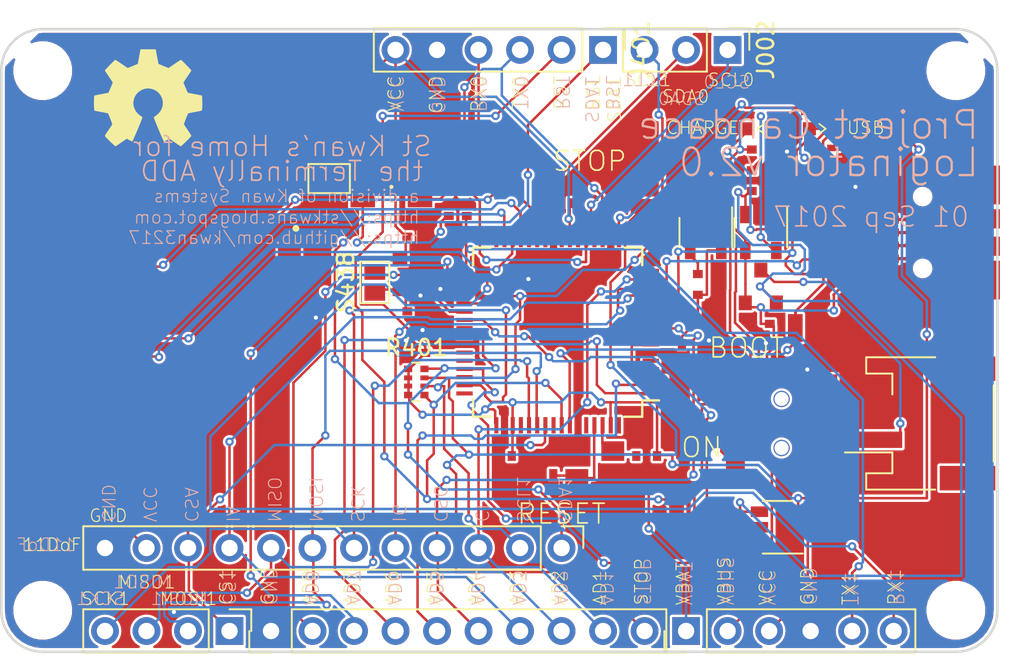
<source format=kicad_pcb>
(kicad_pcb (version 20170922) (host pcbnew no-vcs-found-08a9dc0~61~ubuntu17.10.1)
  (layers (0 Top signal) (31 Bottom signal) (34 B.Paste user) (35 F.Paste user) (36 B.SilkS user hide) (37 F.SilkS user hide) (38 B.Mask user hide) (39 F.Mask user hide) (44 Edge.Cuts user))
  (net 0 "")
  (net 1 VCC)
  (net 2 GND)
  (net 3 /USBD-)
  (net 4 /USBD+)
  (net 5 /VLIPO)
  (net 6 /VBUS)
  (net 7 /ADREF+)
  (net 8 /VIN+)
  (net 9 /DB)
  (net 10 /DG)
  (net 11 /DR)
  (net 12 /RGB_Q)
  (net 13 /SCL1)
  (net 14 /SDA0)
  (net 15 /SCL0)
  (net 16 /RST)
  (net 17 /CS1)
  (net 18 /MOSI1)
  (net 19 /MISO1)
  (net 20 /SCK1)
  (net 21 /STOP)
  (net 22 /AD1)
  (net 23 /AD2)
  (net 24 /AD3)
  (net 25 /AD4)
  (net 26 /AD5)
  (net 27 /AD6)
  (net 28 /AD7)
  (net 29 /ADREF-)
  (net 30 /RX1)
  (net 31 /VIN-)
  (net 32 /USB_SOFTCONNECT)
  (net 33 /USB_ON)
  (net 34 /CONN_D-)
  (net 35 /CONN_D+)
  (net 36 /BATLVL)
  (net 37 /CURRENT)
  (net 38 /XTAL1)
  (net 39 /XTAL2)
  (net 40 /SCK0)
  (net 41 /MISO0)
  (net 42 /MOSI0)
  (net 43 /CS0)
  (net 44 "/TX0(PWMB)")
  (net 45 "/RX0(PWMG)")
  (net 46 "/TX1(PWMR)")
  (net 47 "/SDA1(BSL)")
  (net 48 "Net-(J001-Pad4)")
  (net 49 /UC_LED+)
  (net 50 /UC_LED-)
  (net 51 /C_LED+)
  (net 52 /C+LED-)
  (net 53 /PROG)
  (net 54 /Sheet59FCEA5F/BYP)
  (net 55 /Sheet59FCEA5F/PWR_EN)
  (module USB_Double-B (layer Top) (at 61.6331 -25.654 180)
    (fp_text reference J001 hide)
    (fp_text value USB_MICROB hide)
    (pad 1 smd rect (at 4.13 -1.3 180) (size 1.38 0.45) (layers Top F.Paste F.Mask) (net 6 /VBUS))
    (pad 2 smd rect (at 4.13 -0.65 180) (size 1.38 0.45) (layers Top F.Paste F.Mask) (net 34 /CONN_D-))
    (pad 3 smd rect (at 4.13 0 180) (size 1.38 0.45) (layers Top F.Paste F.Mask) (net 35 /CONN_D+))
    (pad 4 smd rect (at 4.13 0.65 180) (size 1.38 0.45) (layers Top F.Paste F.Mask) (net 48 "Net-(J001-Pad4)"))
    (pad 5 smd rect (at 4.13 1.3 180) (size 1.38 0.45) (layers Top F.Paste F.Mask) (net 2 GND))
    (pad 6 smd rect (at 3.67 -2.4625 180) (size 1.9 1.475) (layers Top F.Paste F.Mask) (net 2 GND))
    (pad 6 smd rect (at 3.67 2.4625 180) (size 1.9 1.475) (layers Top F.Paste F.Mask) (net 2 GND))
    (pad 6 smd rect (at 1.47 -2.91 180) (size 1.9 2.375) (layers Top F.Paste F.Mask) (net 2 GND))
    (pad 6 smd rect (at 1.47 2.91 180) (size 1.9 2.375) (layers Top F.Paste F.Mask) (net 2 GND))
    (pad 6 smd rect (at 1.47 -0.84 180) (size 1.9 1.175) (layers Top F.Paste F.Mask) (net 2 GND))
    (pad 6 smd rect (at 1.47 0.84 180) (size 1.9 1.175) (layers Top F.Paste F.Mask) (net 2 GND))
    (pad 1 smd rect (at 7.85 -1.6 180) (size 2.3 0.5) (layers Top F.Paste F.Mask) (net 6 /VBUS))
    (pad 2 smd rect (at 7.85 -0.8 180) (size 2.3 0.5) (layers Top F.Paste F.Mask) (net 34 /CONN_D-))
    (pad 3 smd rect (at 7.85 0 180) (size 2.3 0.5) (layers Top F.Paste F.Mask) (net 35 /CONN_D+))
    (pad 4 smd rect (at 7.85 0.8 180) (size 2.3 0.5) (layers Top F.Paste F.Mask) (net 48 "Net-(J001-Pad4)"))
    (pad 5 smd rect (at 7.85 1.6 180) (size 2.3 0.5) (layers Top F.Paste F.Mask) (net 2 GND))
    (pad 6 smd rect (at 7.75 -4.45 180) (size 2.5 2) (layers Top F.Paste F.Mask) (net 2 GND))
    (pad 6 smd rect (at 2.25 -4.45 180) (size 2.5 2) (layers Top F.Paste F.Mask) (net 2 GND))
    (pad 6 smd rect (at 7.75 4.45 180) (size 2.5 2) (layers Top F.Paste F.Mask) (net 2 GND))
    (pad 6 smd rect (at 2.25 4.45 180) (size 2.5 2) (layers Top F.Paste F.Mask) (net 2 GND))
    (pad "" np_thru_hole circle (at 5.25 -2.2 180) (size 0.9 0.9) (drill 0.9) (layers *.Cu *.Mask))
    (pad "" np_thru_hole circle (at 5.25 2.2 180) (size 0.9 0.9) (drill 0.9) (layers *.Cu *.Mask))
    (pad 1 connect rect (at 5.2 -1.3 180) (size 1.524 0.2) (layers Top) (net 6 /VBUS))
    (pad 5 connect rect (at 5.2 1.3 180) (size 1.524 0.2) (layers Top) (net 2 GND))
    (pad 3 connect rect (at 5.55 0 180) (size 3 0.2) (layers Top) (net 35 /CONN_D+))
    (pad 2 connect rect (at 5.4 -0.65 180) (size 1.524 0.2) (layers Top) (net 34 /CONN_D-))
    (pad 4 connect rect (at 5.4 0.65 180) (size 1.524 0.2) (layers Top) (net 48 "Net-(J001-Pad4)"))
    (pad 1 connect rect (at 7 -1.6 180) (size 1.524 0.2) (layers Top) (net 6 /VBUS))
    (pad 2 connect rect (at 7.05 -0.8 180) (size 1.524 0.2) (layers Top) (net 34 /CONN_D-))
    (pad 4 connect rect (at 7.05 0.8 180) (size 1.524 0.2) (layers Top) (net 48 "Net-(J001-Pad4)"))
    (pad 5 connect rect (at 7 1.6 180) (size 1.524 0.2) (layers Top) (net 2 GND))
    (pad 1 connect roundrect (at 6.1 -1.45 225) (size 0.6242 0.2) (layers Top) (roundrect_rratio 0.5) (net 6 /VBUS))
    (pad 5 connect roundrect (at 6.1 1.45 135) (size 0.6242 0.2) (layers Top) (roundrect_rratio 0.5) (net 2 GND))
    (pad 2 connect roundrect (at 6.225 -0.725 225) (size 0.4121 0.2) (layers Top) (roundrect_rratio 0.5) (net 34 /CONN_D-))
    (pad 4 connect roundrect (at 6.225 0.725 135) (size 0.4121 0.2) (layers Top) (roundrect_rratio 0.5) (net 48 "Net-(J001-Pad4)"))
  )
  (module Crystals:Crystal_SMD_Abracon_ABM8G-4pin_3.2x2.5mm (layer Top) (at 36.322 -11.43 180)
    (fp_text reference Y401 hide)
    (fp_text value 12MHz)
    (pad 1 smd rect (at -1.1 0.85 180) (size 1.4 1.2) (layers Top F.Paste F.Mask) (net 38 /XTAL1))
    (pad 2 smd rect (at 1.1 0.85 180) (size 1.4 1.2) (layers Top F.Paste F.Mask) (net 2 GND))
    (pad 3 smd rect (at 1.1 -0.85 180) (size 1.4 1.2) (layers Top F.Paste F.Mask) (net 39 /XTAL2))
    (pad 4 smd rect (at -1.1 -0.85 180) (size 1.4 1.2) (layers Top F.Paste F.Mask) (net 2 GND))
  )
  (module KwanSystems:SW_SPST_B3U-1100P (layer Top) (at 39.37 -28.956 270)
    (fp_text reference S420)
    (fp_text value SPST)
    (pad 2 smd rect (at 1.7 0 270) (size 0.9 1.7) (layers Top F.Paste F.Mask) (net 21 /STOP))
    (pad 1 smd rect (at -1.7 0 270) (size 0.9 1.7) (layers Top F.Paste F.Mask) (net 2 GND))
    (pad 3 smd rect (at 0 1.65 270) (size 0.8 1.1) (layers Top F.Paste F.Mask) (net 2 GND))
  )
  (module KwanSystems:SW_SPST_B3U-1100P (layer Top) (at 50.292 -19.812)
    (fp_text reference S010)
    (fp_text value SPST)
    (pad 2 smd rect (at 1.7 0) (size 0.9 1.7) (layers Top F.Paste F.Mask) (net 2 GND))
    (pad 1 smd rect (at -1.7 0) (size 0.9 1.7) (layers Top F.Paste F.Mask) (net 33 /USB_ON))
    (pad 3 smd rect (at 0 1.65) (size 0.8 1.1) (layers Top F.Paste F.Mask) (net 2 GND))
  )
  (module KwanSystems:SW_SPST_B3U-1100P (layer Top) (at 39.624 -8.128)
    (fp_text reference S457)
    (fp_text value SPST)
    (pad 2 smd rect (at 1.7 0) (size 0.9 1.7) (layers Top F.Paste F.Mask) (net 16 /RST))
    (pad 1 smd rect (at -1.7 0) (size 0.9 1.7) (layers Top F.Paste F.Mask) (net 2 GND))
    (pad 3 smd rect (at 0 1.65) (size 0.8 1.1) (layers Top F.Paste F.Mask) (net 2 GND))
  )
  (module KwanSystems:KWAN_CIRCLE_soldermask (layer Bottom) (at 4.572 -28.448 180)
    (fp_text reference G*** hide)
    (fp_text value LOGO hide)
  )
  (module KwanSystems:SMD_0402 (layer Top) (at 44.958 -7.62 270)
    (fp_text reference R203)
    (fp_text value 0.047)
    (pad 2 smd rect (at 0.55 0 270) (size 0.6 0.5) (layers Top F.Paste F.Mask) (net 31 /VIN-))
    (pad 1 smd rect (at -0.55 0 270) (size 0.6 0.5) (layers Top F.Paste F.Mask) (net 8 /VIN+))
  )
  (module TO_SOT_Packages_SMD:SOT-23-5 (layer Top) (at 43.114 -25.654 270)
    (fp_text reference U201 hide)
    (fp_text value 3.3V)
    (pad 1 smd rect (at -1.1 -0.95 270) (size 1.06 0.65) (layers Top F.Paste F.Mask) (net 31 /VIN-))
    (pad 2 smd rect (at -1.1 0 270) (size 1.06 0.65) (layers Top F.Paste F.Mask) (net 2 GND))
    (pad 3 smd rect (at -1.1 0.95 270) (size 1.06 0.65) (layers Top F.Paste F.Mask) (net 55 /Sheet59FCEA5F/PWR_EN))
    (pad 4 smd rect (at 1.1 0.95 270) (size 1.06 0.65) (layers Top F.Paste F.Mask) (net 54 /Sheet59FCEA5F/BYP))
    (pad 5 smd rect (at 1.1 -0.95 270) (size 1.06 0.65) (layers Top F.Paste F.Mask) (net 1 VCC))
  )
  (module Symbols:OSHW-Symbol_6.7x6mm_SilkScreen (layer Top) (at 8.9789 -33.8836)
    (fp_text reference REF*** hide)
    (fp_text value OSHW-Symbol_6.7x6mm_SilkScreen hide)
  )
  (module STAND-OFF (layer Top) (at 2.54 -2.54)
    (fp_text reference JP1 hide)
    (fp_text value STAND-OFF hide)
    (pad "" np_thru_hole circle (at 0 0) (size 3.302 3.302) (drill 3.302) (layers *.Cu))
  )
  (module STAND-OFF (layer Top) (at 58.42 -2.54)
    (fp_text reference JP2 hide)
    (fp_text value STAND-OFF hide)
    (pad "" np_thru_hole circle (at 0 0) (size 3.302 3.302) (drill 3.302) (layers *.Cu))
  )
  (module STAND-OFF (layer Top) (at 2.54 -35.56)
    (fp_text reference JP3 hide)
    (fp_text value STAND-OFF hide)
    (pad "" np_thru_hole circle (at 0 0) (size 3.302 3.302) (drill 3.302) (layers *.Cu))
  )
  (module STAND-OFF (layer Top) (at 58.42 -35.56)
    (fp_text reference JP4 hide)
    (fp_text value STAND-OFF hide)
    (pad "" np_thru_hole circle (at 0 0) (size 3.302 3.302) (drill 3.302) (layers *.Cu))
  )
  (module TO_SOT_Packages_SMD:SOT-23-5 (layer Top) (at 46.482 -25.654 270)
    (fp_text reference U301 hide)
    (fp_text value MCP73831)
    (pad 1 smd rect (at -1.1 -0.95 270) (size 1.06 0.65) (layers Top F.Paste F.Mask) (net 52 /C+LED-))
    (pad 2 smd rect (at -1.1 0 270) (size 1.06 0.65) (layers Top F.Paste F.Mask) (net 2 GND))
    (pad 3 smd rect (at -1.1 0.95 270) (size 1.06 0.65) (layers Top F.Paste F.Mask) (net 5 /VLIPO))
    (pad 4 smd rect (at 1.1 0.95 270) (size 1.06 0.65) (layers Top F.Paste F.Mask) (net 6 /VBUS))
    (pad 5 smd rect (at 1.1 -0.95 270) (size 1.06 0.65) (layers Top F.Paste F.Mask) (net 53 /PROG))
  )
  (module KwanSystems:SMD_0402 (layer Top) (at 27.94 -26.67 180)
    (fp_text reference R433)
    (fp_text value 150)
    (pad 2 smd rect (at 0.55 0 180) (size 0.6 0.5) (layers Top F.Paste F.Mask) (net 11 /DR))
    (pad 1 smd rect (at -0.55 0 180) (size 0.6 0.5) (layers Top F.Paste F.Mask) (net 46 "/TX1(PWMR)"))
  )
  (module KwanSystems:SMD_0402 (layer Top) (at 46.482 -29.464 180)
    (fp_text reference R301)
    (fp_text value 10k)
    (pad 2 smd rect (at 0.55 0 180) (size 0.6 0.5) (layers Top F.Paste F.Mask) (net 53 /PROG))
    (pad 1 smd rect (at -0.55 0 180) (size 0.6 0.5) (layers Top F.Paste F.Mask) (net 2 GND))
  )
  (module KwanSystems:SMD_0402 (layer Top) (at 46.482 -30.734)
    (fp_text reference R302)
    (fp_text value 1.5k)
    (pad 2 smd rect (at 0.55 0) (size 0.6 0.5) (layers Top F.Paste F.Mask) (net 51 /C_LED+))
    (pad 1 smd rect (at -0.55 0) (size 0.6 0.5) (layers Top F.Paste F.Mask) (net 6 /VBUS))
  )
  (module KwanSystems:SMD_0402 (layer Top) (at 50.292 -28.448 180)
    (fp_text reference R011)
    (fp_text value 22k)
    (pad 2 smd rect (at 0.55 0 180) (size 0.6 0.5) (layers Top F.Paste F.Mask) (net 33 /USB_ON))
    (pad 1 smd rect (at -0.55 0 180) (size 0.6 0.5) (layers Top F.Paste F.Mask) (net 2 GND))
  )
  (module KwanSystems:SMD_0402 (layer Top) (at 31.242 -11.43 270)
    (fp_text reference C451)
    (fp_text value 100nF)
    (pad 2 smd rect (at 0.55 0 270) (size 0.6 0.5) (layers Top F.Paste F.Mask) (net 2 GND))
    (pad 1 smd rect (at -0.55 0 270) (size 0.6 0.5) (layers Top F.Paste F.Mask) (net 1 VCC))
  )
  (module KwanSystems:SMD_0402 (layer Top) (at 41.656 -18.288 270)
    (fp_text reference C407)
    (fp_text value 100nF)
    (pad 2 smd rect (at 0.55 0 270) (size 0.6 0.5) (layers Top F.Paste F.Mask) (net 2 GND))
    (pad 1 smd rect (at -0.55 0 270) (size 0.6 0.5) (layers Top F.Paste F.Mask) (net 1 VCC))
  )
  (module KwanSystems:SMD_0402 (layer Top) (at 25.4 -18.288 180)
    (fp_text reference C443)
    (fp_text value 100nF)
    (pad 2 smd rect (at 0.55 0 180) (size 0.6 0.5) (layers Top F.Paste F.Mask) (net 2 GND))
    (pad 1 smd rect (at -0.55 0 180) (size 0.6 0.5) (layers Top F.Paste F.Mask) (net 1 VCC))
  )
  (module KwanSystems:SMD_0402 (layer Top) (at 34.934 -27.9995 90)
    (fp_text reference C423)
    (fp_text value 100nF)
    (pad 2 smd rect (at 0.55 0 90) (size 0.6 0.5) (layers Top F.Paste F.Mask) (net 2 GND))
    (pad 1 smd rect (at -0.55 0 90) (size 0.6 0.5) (layers Top F.Paste F.Mask) (net 1 VCC))
  )
  (module KwanSystems:SMD_0402 (layer Top) (at 6.604 -27.178)
    (fp_text reference C701)
    (fp_text value 100nF)
    (pad 2 smd rect (at 0.55 0) (size 0.6 0.5) (layers Top F.Paste F.Mask) (net 2 GND))
    (pad 1 smd rect (at -0.55 0) (size 0.6 0.5) (layers Top F.Paste F.Mask) (net 1 VCC))
  )
  (module KwanSystems:SMD_0402 (layer Top) (at 25.4 -20.828)
    (fp_text reference C438)
    (fp_text value 4.7uF)
    (pad 2 smd rect (at 0.55 0) (size 0.6 0.5) (layers Top F.Paste F.Mask) (net 2 GND))
    (pad 1 smd rect (at -0.55 0) (size 0.6 0.5) (layers Top F.Paste F.Mask) (net 7 /ADREF+))
  )
  (module KwanSystems:SMD_0402 (layer Top) (at 40.132 -11.43 270)
    (fp_text reference C463)
    (fp_text value 100nF)
    (pad 2 smd rect (at 0.55 0 270) (size 0.6 0.5) (layers Top F.Paste F.Mask) (net 2 GND))
    (pad 1 smd rect (at -0.55 0 270) (size 0.6 0.5) (layers Top F.Paste F.Mask) (net 1 VCC))
  )
  (module KwanSystems:SMD_0402 (layer Top) (at 38.862 -11.43 90)
    (fp_text reference C462)
    (fp_text value 18pF)
    (pad 2 smd rect (at 0.55 0 90) (size 0.6 0.5) (layers Top F.Paste F.Mask) (net 38 /XTAL1))
    (pad 1 smd rect (at -0.55 0 90) (size 0.6 0.5) (layers Top F.Paste F.Mask) (net 2 GND))
  )
  (module KwanSystems:SMD_0402 (layer Top) (at 33.782 -11.43 270)
    (fp_text reference C461)
    (fp_text value 18pF)
    (pad 2 smd rect (at 0.55 0 270) (size 0.6 0.5) (layers Top F.Paste F.Mask) (net 39 /XTAL2))
    (pad 1 smd rect (at -0.55 0 270) (size 0.6 0.5) (layers Top F.Paste F.Mask) (net 2 GND))
  )
  (module KwanSystems:SMD_0402 (layer Top) (at 46.482 -28.194)
    (fp_text reference C301)
    (fp_text value 4.7uF)
    (pad 2 smd rect (at 0.55 0) (size 0.6 0.5) (layers Top F.Paste F.Mask) (net 2 GND))
    (pad 1 smd rect (at -0.55 0) (size 0.6 0.5) (layers Top F.Paste F.Mask) (net 5 /VLIPO))
  )
  (module KwanSystems:SMD_0402 (layer Top) (at 46.482 -20.066 180)
    (fp_text reference C302)
    (fp_text value 4.7uF)
    (pad 2 smd rect (at 0.55 0 180) (size 0.6 0.5) (layers Top F.Paste F.Mask) (net 2 GND))
    (pad 1 smd rect (at -0.55 0 180) (size 0.6 0.5) (layers Top F.Paste F.Mask) (net 6 /VBUS))
  )
  (module KwanSystems:SMD_0402 (layer Top) (at 43.18 -23.114)
    (fp_text reference C204)
    (fp_text value 100nF)
    (pad 2 smd rect (at 0.55 0) (size 0.6 0.5) (layers Top F.Paste F.Mask) (net 2 GND))
    (pad 1 smd rect (at -0.55 0) (size 0.6 0.5) (layers Top F.Paste F.Mask) (net 54 /Sheet59FCEA5F/BYP))
  )
  (module KwanSystems:SMD_0402 (layer Top) (at 43.053 -28.194 180)
    (fp_text reference C201)
    (fp_text value 1uF)
    (pad 2 smd rect (at 0.55 0 180) (size 0.6 0.5) (layers Top F.Paste F.Mask) (net 2 GND))
    (pad 1 smd rect (at -0.55 0 180) (size 0.6 0.5) (layers Top F.Paste F.Mask) (net 31 /VIN-))
  )
  (module KwanSystems:SMD_0402 (layer Top) (at 25.4 -25.4)
    (fp_text reference C432)
    (fp_text value 100nF)
    (pad 2 smd rect (at 0.55 0) (size 0.6 0.5) (layers Top F.Paste F.Mask) (net 2 GND))
    (pad 1 smd rect (at -0.55 0) (size 0.6 0.5) (layers Top F.Paste F.Mask) (net 1 VCC))
  )
  (module Housings_QFP:LQFP-64_10x10mm_Pitch0.5mm (layer Top) (at 34.0487 -19.558 180)
    (fp_text reference U401 hide)
    (fp_text value LPC2148)
    (pad 1 smd rect (at -5.7 -3.75 180) (size 1 0.25) (layers Top F.Paste F.Mask) (net 27 /AD6))
    (pad 2 smd rect (at -5.7 -3.25 180) (size 1 0.25) (layers Top F.Paste F.Mask) (net 26 /AD5))
    (pad 3 smd rect (at -5.7 -2.75 180) (size 1 0.25) (layers Top F.Paste F.Mask) (net 1 VCC))
    (pad 4 smd rect (at -5.7 -2.25 180) (size 1 0.25) (layers Top F.Paste F.Mask))
    (pad 5 smd rect (at -5.7 -1.75 180) (size 1 0.25) (layers Top F.Paste F.Mask))
    (pad 6 smd rect (at -5.7 -1.25 180) (size 1 0.25) (layers Top F.Paste F.Mask) (net 2 GND))
    (pad 7 smd rect (at -5.7 -0.75 180) (size 1 0.25) (layers Top F.Paste F.Mask) (net 1 VCC))
    (pad 8 smd rect (at -5.7 -0.25 180) (size 1 0.25) (layers Top F.Paste F.Mask))
    (pad 9 smd rect (at -5.7 0.25 180) (size 1 0.25) (layers Top F.Paste F.Mask) (net 25 /AD4))
    (pad 10 smd rect (at -5.7 0.75 180) (size 1 0.25) (layers Top F.Paste F.Mask) (net 4 /USBD+))
    (pad 11 smd rect (at -5.7 1.25 180) (size 1 0.25) (layers Top F.Paste F.Mask) (net 3 /USBD-))
    (pad 12 smd rect (at -5.7 1.75 180) (size 1 0.25) (layers Top F.Paste F.Mask))
    (pad 13 smd rect (at -5.7 2.25 180) (size 1 0.25) (layers Top F.Paste F.Mask) (net 24 /AD3))
    (pad 14 smd rect (at -5.7 2.75 180) (size 1 0.25) (layers Top F.Paste F.Mask) (net 23 /AD2))
    (pad 15 smd rect (at -5.7 3.25 180) (size 1 0.25) (layers Top F.Paste F.Mask) (net 22 /AD1))
    (pad 16 smd rect (at -5.7 3.75 180) (size 1 0.25) (layers Top F.Paste F.Mask))
    (pad 17 smd rect (at -3.75 5.7 270) (size 1 0.25) (layers Top F.Paste F.Mask) (net 32 /USB_SOFTCONNECT))
    (pad 18 smd rect (at -3.25 5.7 270) (size 1 0.25) (layers Top F.Paste F.Mask) (net 2 GND))
    (pad 19 smd rect (at -2.75 5.7 270) (size 1 0.25) (layers Top F.Paste F.Mask) (net 44 "/TX0(PWMB)"))
    (pad 20 smd rect (at -2.25 5.7 270) (size 1 0.25) (layers Top F.Paste F.Mask))
    (pad 21 smd rect (at -1.75 5.7 270) (size 1 0.25) (layers Top F.Paste F.Mask) (net 45 "/RX0(PWMG)"))
    (pad 22 smd rect (at -1.25 5.7 270) (size 1 0.25) (layers Top F.Paste F.Mask) (net 15 /SCL0))
    (pad 23 smd rect (at -0.75 5.7 270) (size 1 0.25) (layers Top F.Paste F.Mask) (net 1 VCC))
    (pad 24 smd rect (at -0.25 5.7 270) (size 1 0.25) (layers Top F.Paste F.Mask))
    (pad 25 smd rect (at 0.25 5.7 270) (size 1 0.25) (layers Top F.Paste F.Mask) (net 2 GND))
    (pad 26 smd rect (at 0.75 5.7 270) (size 1 0.25) (layers Top F.Paste F.Mask) (net 14 /SDA0))
    (pad 27 smd rect (at 1.25 5.7 270) (size 1 0.25) (layers Top F.Paste F.Mask) (net 40 /SCK0))
    (pad 28 smd rect (at 1.75 5.7 270) (size 1 0.25) (layers Top F.Paste F.Mask))
    (pad 29 smd rect (at 2.25 5.7 270) (size 1 0.25) (layers Top F.Paste F.Mask) (net 41 /MISO0))
    (pad 30 smd rect (at 2.75 5.7 270) (size 1 0.25) (layers Top F.Paste F.Mask) (net 42 /MOSI0))
    (pad 31 smd rect (at 3.25 5.7 270) (size 1 0.25) (layers Top F.Paste F.Mask) (net 43 /CS0))
    (pad 32 smd rect (at 3.75 5.7 270) (size 1 0.25) (layers Top F.Paste F.Mask))
    (pad 33 smd rect (at 5.7 3.75 180) (size 1 0.25) (layers Top F.Paste F.Mask) (net 46 "/TX1(PWMR)"))
    (pad 34 smd rect (at 5.7 3.25 180) (size 1 0.25) (layers Top F.Paste F.Mask) (net 30 /RX1))
    (pad 35 smd rect (at 5.7 2.75 180) (size 1 0.25) (layers Top F.Paste F.Mask) (net 28 /AD7))
    (pad 36 smd rect (at 5.7 2.25 180) (size 1 0.25) (layers Top F.Paste F.Mask))
    (pad 37 smd rect (at 5.7 1.75 180) (size 1 0.25) (layers Top F.Paste F.Mask) (net 13 /SCL1))
    (pad 38 smd rect (at 5.7 1.25 180) (size 1 0.25) (layers Top F.Paste F.Mask) (net 29 /ADREF-))
    (pad 39 smd rect (at 5.7 0.75 180) (size 1 0.25) (layers Top F.Paste F.Mask) (net 36 /BATLVL))
    (pad 40 smd rect (at 5.7 0.25 180) (size 1 0.25) (layers Top F.Paste F.Mask))
    (pad 41 smd rect (at 5.7 -0.25 180) (size 1 0.25) (layers Top F.Paste F.Mask) (net 47 "/SDA1(BSL)"))
    (pad 42 smd rect (at 5.7 -0.75 180) (size 1 0.25) (layers Top F.Paste F.Mask) (net 2 GND))
    (pad 43 smd rect (at 5.7 -1.25 180) (size 1 0.25) (layers Top F.Paste F.Mask) (net 1 VCC))
    (pad 44 smd rect (at 5.7 -1.75 180) (size 1 0.25) (layers Top F.Paste F.Mask))
    (pad 45 smd rect (at 5.7 -2.25 180) (size 1 0.25) (layers Top F.Paste F.Mask) (net 37 /CURRENT))
    (pad 46 smd rect (at 5.7 -2.75 180) (size 1 0.25) (layers Top F.Paste F.Mask) (net 21 /STOP))
    (pad 47 smd rect (at 5.7 -3.25 180) (size 1 0.25) (layers Top F.Paste F.Mask) (net 20 /SCK1))
    (pad 48 smd rect (at 5.7 -3.75 180) (size 1 0.25) (layers Top F.Paste F.Mask))
    (pad 49 smd rect (at 3.75 -5.7 270) (size 1 0.25) (layers Top F.Paste F.Mask) (net 1 VCC))
    (pad 50 smd rect (at 3.25 -5.7 270) (size 1 0.25) (layers Top F.Paste F.Mask) (net 2 GND))
    (pad 51 smd rect (at 2.75 -5.7 270) (size 1 0.25) (layers Top F.Paste F.Mask) (net 1 VCC))
    (pad 52 smd rect (at 2.25 -5.7 270) (size 1 0.25) (layers Top F.Paste F.Mask))
    (pad 53 smd rect (at 1.75 -5.7 270) (size 1 0.25) (layers Top F.Paste F.Mask) (net 19 /MISO1))
    (pad 54 smd rect (at 1.25 -5.7 270) (size 1 0.25) (layers Top F.Paste F.Mask) (net 18 /MOSI1))
    (pad 55 smd rect (at 0.75 -5.7 270) (size 1 0.25) (layers Top F.Paste F.Mask) (net 17 /CS1))
    (pad 56 smd rect (at 0.25 -5.7 270) (size 1 0.25) (layers Top F.Paste F.Mask))
    (pad 57 smd rect (at -0.25 -5.7 270) (size 1 0.25) (layers Top F.Paste F.Mask) (net 16 /RST))
    (pad 58 smd rect (at -0.75 -5.7 270) (size 1 0.25) (layers Top F.Paste F.Mask) (net 33 /USB_ON))
    (pad 59 smd rect (at -1.25 -5.7 270) (size 1 0.25) (layers Top F.Paste F.Mask) (net 2 GND))
    (pad 60 smd rect (at -1.75 -5.7 270) (size 1 0.25) (layers Top F.Paste F.Mask))
    (pad 61 smd rect (at -2.25 -5.7 270) (size 1 0.25) (layers Top F.Paste F.Mask) (net 39 /XTAL2))
    (pad 62 smd rect (at -2.75 -5.7 270) (size 1 0.25) (layers Top F.Paste F.Mask) (net 38 /XTAL1))
    (pad 63 smd rect (at -3.25 -5.7 270) (size 1 0.25) (layers Top F.Paste F.Mask) (net 1 VCC))
    (pad 64 smd rect (at -3.75 -5.7 270) (size 1 0.25) (layers Top F.Paste F.Mask))
  )
  (module Pin_Headers:Pin_Header_Straight_1x12_Pitch2.54mm (layer Top) (at 34.29 -6.35 270)
    (fp_text reference J406 hide)
    (fp_text value 11DoF)
    (pad 1 thru_hole circle (at 0 0 270) (size 1.7 1.7) (drill 1) (layers *.Cu *.Mask) (net 47 "/SDA1(BSL)"))
    (pad 2 thru_hole oval (at 0 2.54 270) (size 1.7 1.7) (drill 1) (layers *.Cu *.Mask) (net 13 /SCL1))
    (pad 3 thru_hole oval (at 0 5.08 270) (size 1.7 1.7) (drill 1) (layers *.Cu *.Mask) (net 22 /AD1))
    (pad 4 thru_hole oval (at 0 7.62 270) (size 1.7 1.7) (drill 1) (layers *.Cu *.Mask) (net 25 /AD4))
    (pad 5 thru_hole oval (at 0 10.16 270) (size 1.7 1.7) (drill 1) (layers *.Cu *.Mask) (net 23 /AD2))
    (pad 6 thru_hole oval (at 0 12.7 270) (size 1.7 1.7) (drill 1) (layers *.Cu *.Mask) (net 20 /SCK1))
    (pad 7 thru_hole oval (at 0 15.24 270) (size 1.7 1.7) (drill 1) (layers *.Cu *.Mask) (net 18 /MOSI1))
    (pad 8 thru_hole oval (at 0 17.78 270) (size 1.7 1.7) (drill 1) (layers *.Cu *.Mask) (net 19 /MISO1))
    (pad 9 thru_hole oval (at 0 20.32 270) (size 1.7 1.7) (drill 1) (layers *.Cu *.Mask) (net 24 /AD3))
    (pad 10 thru_hole oval (at 0 22.86 270) (size 1.7 1.7) (drill 1) (layers *.Cu *.Mask) (net 17 /CS1))
    (pad 11 thru_hole oval (at 0 25.4 270) (size 1.7 1.7) (drill 1) (layers *.Cu *.Mask) (net 1 VCC))
    (pad 12 thru_hole oval (at 0 27.94 270) (size 1.7 1.7) (drill 1) (layers *.Cu *.Mask) (net 2 GND))
  )
  (module Pin_Headers:Pin_Header_Straight_1x10_Pitch2.54mm (layer Top) (at 16.51 -1.27 90)
    (fp_text reference J403 hide)
    (fp_text value M10)
    (pad 1 thru_hole rect (at 0 0 90) (size 1.7 1.7) (drill 1) (layers *.Cu *.Mask) (net 2 GND))
    (pad 2 thru_hole oval (at 0 2.54 90) (size 1.7 1.7) (drill 1) (layers *.Cu *.Mask) (net 29 /ADREF-))
    (pad 3 thru_hole oval (at 0 5.08 90) (size 1.7 1.7) (drill 1) (layers *.Cu *.Mask) (net 28 /AD7))
    (pad 4 thru_hole oval (at 0 7.62 90) (size 1.7 1.7) (drill 1) (layers *.Cu *.Mask) (net 27 /AD6))
    (pad 5 thru_hole oval (at 0 10.16 90) (size 1.7 1.7) (drill 1) (layers *.Cu *.Mask) (net 26 /AD5))
    (pad 6 thru_hole oval (at 0 12.7 90) (size 1.7 1.7) (drill 1) (layers *.Cu *.Mask) (net 25 /AD4))
    (pad 7 thru_hole oval (at 0 15.24 90) (size 1.7 1.7) (drill 1) (layers *.Cu *.Mask) (net 24 /AD3))
    (pad 8 thru_hole oval (at 0 17.78 90) (size 1.7 1.7) (drill 1) (layers *.Cu *.Mask) (net 23 /AD2))
    (pad 9 thru_hole oval (at 0 20.32 90) (size 1.7 1.7) (drill 1) (layers *.Cu *.Mask) (net 22 /AD1))
    (pad 10 thru_hole oval (at 0 22.86 90) (size 1.7 1.7) (drill 1) (layers *.Cu *.Mask) (net 21 /STOP))
  )
  (module Pin_Headers:Pin_Header_Straight_1x04_Pitch2.54mm (layer Top) (at 13.97 -1.27 270)
    (fp_text reference J402 hide)
    (fp_text value M04)
    (pad 1 thru_hole rect (at 0 0 270) (size 1.7 1.7) (drill 1) (layers *.Cu *.Mask) (net 17 /CS1))
    (pad 2 thru_hole oval (at 0 2.54 270) (size 1.7 1.7) (drill 1) (layers *.Cu *.Mask) (net 18 /MOSI1))
    (pad 3 thru_hole oval (at 0 5.08 270) (size 1.7 1.7) (drill 1) (layers *.Cu *.Mask) (net 19 /MISO1))
    (pad 4 thru_hole oval (at 0 7.62 270) (size 1.7 1.7) (drill 1) (layers *.Cu *.Mask) (net 20 /SCK1))
  )
  (module Pin_Headers:Pin_Header_Straight_1x06_Pitch2.54mm (layer Top) (at 41.91 -1.27 90)
    (fp_text reference J404 hide)
    (fp_text value M06)
    (pad 1 thru_hole rect (at 0 0 90) (size 1.7 1.7) (drill 1) (layers *.Cu *.Mask) (net 31 /VIN-))
    (pad 2 thru_hole oval (at 0 2.54 90) (size 1.7 1.7) (drill 1) (layers *.Cu *.Mask) (net 6 /VBUS))
    (pad 3 thru_hole oval (at 0 5.08 90) (size 1.7 1.7) (drill 1) (layers *.Cu *.Mask) (net 1 VCC))
    (pad 4 thru_hole oval (at 0 7.62 90) (size 1.7 1.7) (drill 1) (layers *.Cu *.Mask) (net 2 GND))
    (pad 5 thru_hole oval (at 0 10.16 90) (size 1.7 1.7) (drill 1) (layers *.Cu *.Mask) (net 46 "/TX1(PWMR)"))
    (pad 6 thru_hole oval (at 0 12.7 90) (size 1.7 1.7) (drill 1) (layers *.Cu *.Mask) (net 30 /RX1))
  )
  (module Pin_Headers:Pin_Header_Straight_1x06_Pitch2.54mm (layer Top) (at 36.83 -36.83 270)
    (fp_text reference J401 (at 0 -2.33 270) (layer F.SilkS))
    (fp_text value M06)
    (pad 1 thru_hole rect (at 0 0 270) (size 1.7 1.7) (drill 1) (layers *.Cu *.Mask) (net 47 "/SDA1(BSL)"))
    (pad 2 thru_hole oval (at 0 2.54 270) (size 1.7 1.7) (drill 1) (layers *.Cu *.Mask) (net 16 /RST))
    (pad 3 thru_hole oval (at 0 5.08 270) (size 1.7 1.7) (drill 1) (layers *.Cu *.Mask) (net 44 "/TX0(PWMB)"))
    (pad 4 thru_hole oval (at 0 7.62 270) (size 1.7 1.7) (drill 1) (layers *.Cu *.Mask) (net 45 "/RX0(PWMG)"))
    (pad 5 thru_hole oval (at 0 10.16 270) (size 1.7 1.7) (drill 1) (layers *.Cu *.Mask) (net 2 GND))
    (pad 6 thru_hole oval (at 0 12.7 270) (size 1.7 1.7) (drill 1) (layers *.Cu *.Mask) (net 1 VCC))
  )
  (module Pin_Headers:Pin_Header_Straight_1x03_Pitch2.54mm (layer Top) (at 44.45 -36.83 270)
    (fp_text reference J002 (at 0 -2.33 270) (layer F.SilkS))
    (fp_text value M01PTH)
    (pad 1 thru_hole rect (at 0 0 270) (size 1.7 1.7) (drill 1) (layers *.Cu *.Mask) (net 15 /SCL0))
    (pad 2 thru_hole oval (at 0 2.54 270) (size 1.7 1.7) (drill 1) (layers *.Cu *.Mask) (net 14 /SDA0))
    (pad 3 thru_hole oval (at 0 5.08 270) (size 1.7 1.7) (drill 1) (layers *.Cu *.Mask) (net 13 /SCL1))
  )
  (module KwanSystems:D_0603 (layer Top) (at 50.254 -32.004 180)
    (fp_text reference D050)
    (fp_text value RED)
    (pad 2 smd rect (at 0.8 0) (size 0.8 0.8) (layers Top F.Paste F.Mask) (net 49 /UC_LED+))
    (pad 1 smd rect (at -0.8 0) (size 0.8 0.8) (layers Top F.Paste F.Mask) (net 50 /UC_LED-))
  )
  (module KwanSystems:D_0603 (layer Top) (at 46.482 -32.004)
    (fp_text reference D301)
    (fp_text value RED)
    (pad 2 smd rect (at 0.8 0 180) (size 0.8 0.8) (layers Top F.Paste F.Mask) (net 51 /C_LED+))
    (pad 1 smd rect (at -0.8 0 180) (size 0.8 0.8) (layers Top F.Paste F.Mask) (net 52 /C+LED-))
  )
  (module KwanSystems:SOT-23 (layer Top) (at 50.292 -34.29 90)
    (fp_text reference Q050 hide)
    (fp_text value PMOS)
    (pad 1 smd rect (at -1 -0.95 90) (size 0.9 0.8) (layers Top F.Paste F.Mask) (net 32 /USB_SOFTCONNECT))
    (pad 2 smd rect (at -1 0.95 90) (size 0.9 0.8) (layers Top F.Paste F.Mask) (net 1 VCC))
    (pad 3 smd rect (at 1 0 90) (size 0.9 0.8) (layers Top F.Paste F.Mask) (net 49 /UC_LED+))
  )
  (module KwanSystems:SWITCH_DPDT_AZY0202 (layer Top) (at 47.752 -13.97 90)
    (fp_text reference S201 hide)
    (fp_text value SPDT hide)
    (pad "" np_thru_hole circle (at -1.5 0 90) (size 1 1) (drill 0.85) (layers *.Cu *.Mask))
    (pad 4 smd rect (at -2.5 2.825 90) (size 1 1.15) (layers Top F.Paste F.Mask))
    (pad 5 smd rect (at 0 2.825 90) (size 1 1.15) (layers Top F.Paste F.Mask))
    (pad 3 smd rect (at 2.5 -2.825 90) (size 1 1.15) (layers Top F.Paste F.Mask) (net 2 GND))
    (pad 6 smd rect (at 2.5 2.825 90) (size 1 1.15) (layers Top F.Paste F.Mask))
    (pad 2 smd rect (at 0 -2.825 90) (size 1 1.15) (layers Top F.Paste F.Mask) (net 55 /Sheet59FCEA5F/PWR_EN))
    (pad 1 smd rect (at -2.5 -2.825 90) (size 1 1.15) (layers Top F.Paste F.Mask) (net 31 /VIN-))
    (pad "" np_thru_hole circle (at 1.5 0 90) (size 1 1) (drill 0.85) (layers *.Cu *.Mask))
  )
  (module KwanSystems:SOT-23 (layer Top) (at 46.482 -22.352 90)
    (fp_text reference D302 hide)
    (fp_text value DCC)
    (pad 1 smd rect (at -1 -0.95 90) (size 0.9 0.8) (layers Top F.Paste F.Mask) (net 6 /VBUS))
    (pad 2 smd rect (at -1 0.95 90) (size 0.9 0.8) (layers Top F.Paste F.Mask) (net 5 /VLIPO))
    (pad 3 smd rect (at 1 0 90) (size 0.9 0.8) (layers Top F.Paste F.Mask) (net 8 /VIN+))
  )
  (module KwanSystems:SOT-23 (layer Top) (at 25.4 -23.114)
    (fp_text reference U402 hide)
    (fp_text value 1525)
    (pad 1 smd rect (at -1 -0.95) (size 0.9 0.8) (layers Top F.Paste F.Mask) (net 1 VCC))
    (pad 2 smd rect (at -1 0.95) (size 0.9 0.8) (layers Top F.Paste F.Mask) (net 7 /ADREF+))
    (pad 3 smd rect (at 1 0) (size 0.9 0.8) (layers Top F.Paste F.Mask) (net 2 GND))
  )
  (module KwanSystems:R_Array_Convex_4x0402 (layer Top) (at 25.4 -16.51)
    (fp_text reference R401 (at 0 -2.1) (layer F.SilkS))
    (fp_text value 10k)
    (pad 1 smd rect (at -0.5 -0.8) (size 0.5 0.4) (layers Top F.Paste F.Mask) (net 1 VCC))
    (pad 3 smd rect (at -0.5 0.25) (size 0.5 0.3) (layers Top F.Paste F.Mask) (net 1 VCC))
    (pad 2 smd rect (at -0.5 -0.25) (size 0.5 0.3) (layers Top F.Paste F.Mask) (net 1 VCC))
    (pad 4 smd rect (at -0.5 0.8) (size 0.5 0.4) (layers Top F.Paste F.Mask) (net 1 VCC))
    (pad 7 smd rect (at 0.5 -0.25) (size 0.5 0.3) (layers Top F.Paste F.Mask) (net 21 /STOP))
    (pad 8 smd rect (at 0.5 -0.8) (size 0.5 0.4) (layers Top F.Paste F.Mask) (net 47 "/SDA1(BSL)"))
    (pad 6 smd rect (at 0.5 0.25) (size 0.5 0.3) (layers Top F.Paste F.Mask) (net 13 /SCL1))
    (pad 5 smd rect (at 0.5 0.8) (size 0.5 0.4) (layers Top F.Paste F.Mask) (net 16 /RST))
  )
  (module KwanSystems:MICROSD-SOCKET-PP (layer Top) (at 18.034 -25.908 90)
    (fp_text reference J701 hide)
    (fp_text value Micro_SD_Card_Det_Hirose_DM3AT hide)
    (pad 8 smd rect (at -1.24 -10.7 90) (size 0.8 1.5) (layers Top F.Paste F.Mask))
    (pad 7 smd rect (at -2.34 -10.7 90) (size 0.8 1.5) (layers Top F.Paste F.Mask) (net 41 /MISO0))
    (pad 6 smd rect (at -3.44 -10.9 90) (size 0.8 1.5) (layers Top F.Paste F.Mask) (net 2 GND))
    (pad 5 smd rect (at -4.54 -10.7 90) (size 0.8 1.5) (layers Top F.Paste F.Mask) (net 40 /SCK0))
    (pad 4 smd rect (at -5.64 -10.9 90) (size 0.8 1.5) (layers Top F.Paste F.Mask) (net 1 VCC))
    (pad 3 smd rect (at -6.74 -10.7 90) (size 0.8 1.5) (layers Top F.Paste F.Mask) (net 42 /MOSI0))
    (pad 2 smd rect (at -7.84 -10.3 90) (size 0.8 1.5) (layers Top F.Paste F.Mask) (net 43 /CS0))
    (pad 1 smd rect (at -8.94 -10.7 90) (size 0.8 1.5) (layers Top F.Paste F.Mask))
    (pad 12 smd rect (at -13.6 -14.55 90) (size 1.4 1.9) (layers Top F.Paste F.Mask))
    (pad 11 smd rect (at -0.45 -13.55 90) (size 1.4 1.9) (layers Top F.Paste F.Mask))
    (pad 10 smd rect (at -2.05 -0.4 90) (size 1.8 1.4) (layers Top F.Paste F.Mask))
    (pad 9 smd rect (at -7.75 -0.4 90) (size 1.8 1.4) (layers Top F.Paste F.Mask) (net 2 GND))
  )
  (module Connectors:GS2 (layer Top) (at 20.066 -28.956 90)
    (fp_text reference S401 hide)
    (fp_text value GS2)
    (pad 1 smd rect (at 0 -0.64 90) (size 1.27 0.97) (layers Top F.Paste F.Mask) (net 1 VCC))
    (pad 2 smd rect (at 0 0.64 90) (size 1.27 0.97) (layers Top F.Paste F.Mask) (net 12 /RGB_Q))
  )
  (module Connectors:GS2 (layer Top) (at 22.86 -22.606 180)
    (fp_text reference S438 (at 1.78 0 270) (layer F.SilkS))
    (fp_text value GS2)
    (pad 1 smd rect (at 0 -0.64 180) (size 1.27 0.97) (layers Top F.Paste F.Mask) (net 7 /ADREF+))
    (pad 2 smd rect (at 0 0.64 180) (size 1.27 0.97) (layers Top F.Paste F.Mask) (net 29 /ADREF-))
  )
  (module TO_SOT_Packages_SMD:SOT-23-6 (layer Top) (at 47.498 -7.62 180)
    (fp_text reference U202 hide)
    (fp_text value MAX4173)
    (pad 1 smd rect (at -1.1 -0.95 180) (size 1.06 0.65) (layers Top F.Paste F.Mask) (net 2 GND))
    (pad 2 smd rect (at -1.1 0 180) (size 1.06 0.65) (layers Top F.Paste F.Mask) (net 2 GND))
    (pad 3 smd rect (at -1.1 0.95 180) (size 1.06 0.65) (layers Top F.Paste F.Mask) (net 1 VCC))
    (pad 4 smd rect (at 1.1 0.95 180) (size 1.06 0.65) (layers Top F.Paste F.Mask) (net 8 /VIN+))
    (pad 6 smd rect (at 1.1 -0.95 180) (size 1.06 0.65) (layers Top F.Paste F.Mask) (net 37 /CURRENT))
    (pad 5 smd rect (at 1.1 0 180) (size 1.06 0.65) (layers Top F.Paste F.Mask) (net 31 /VIN-))
  )
  (module Connectors_JST:JST_PH_S2B-PH-SM4-TB_02x2.00mm_Angled (layer Top) (at 56.2562 -13.9728 90)
    (fp_text reference J301 hide)
    (fp_text value "JST 2mm")
    (pad 1 smd rect (at -1 -2.875 90) (size 1 3.5) (layers Top F.Paste F.Mask) (net 5 /VLIPO))
    (pad 2 smd rect (at 1 -2.875 90) (size 1 3.5) (layers Top F.Paste F.Mask) (net 2 GND))
    (pad "" smd rect (at -3.35 2.875 90) (size 1.5 3.4) (layers Top F.Paste F.Mask))
    (pad "" smd rect (at 3.35 2.875 90) (size 1.5 3.4) (layers Top F.Paste F.Mask))
  )
  (module KwanSystems:HSMF-C118 (layer Top) (at 23.876 -28.448 180)
    (fp_text reference D401)
    (fp_text value HSMF-C118 hide)
    (pad 4 smd rect (at -1.75 0.75 180) (size 1.5 1) (layers Top F.Paste F.Mask) (net 9 /DB))
    (pad 3 smd rect (at -1.75 -0.75 180) (size 1.5 1) (layers Top F.Paste F.Mask) (net 10 /DG))
    (pad 2 smd rect (at 1.75 -0.75 180) (size 1.5 1) (layers Top F.Paste F.Mask) (net 11 /DR))
    (pad 1 smd rect (at 1.75 0.75 180) (size 1.5 1) (layers Top F.Paste F.Mask) (net 12 /RGB_Q))
  )
  (module KwanSystems:R_Array_Convex_2x0402 (layer Top) (at 43.561 -7.62 90)
    (fp_text reference R201)
    (fp_text value 100k)
    (pad 4 smd rect (at 0.5 -0.35 90) (size 0.5 0.4) (layers Top F.Paste F.Mask) (net 36 /BATLVL))
    (pad 3 smd rect (at 0.5 0.35 90) (size 0.5 0.4) (layers Top F.Paste F.Mask) (net 36 /BATLVL))
    (pad 2 smd rect (at -0.5 0.35 90) (size 0.5 0.4) (layers Top F.Paste F.Mask) (net 31 /VIN-))
    (pad 1 smd rect (at -0.5 -0.35 90) (size 0.5 0.4) (layers Top F.Paste F.Mask) (net 2 GND))
  )
  (module KwanSystems:R_Array_Convex_2x0402 (layer Top) (at 50.292 -25.273)
    (fp_text reference R023)
    (fp_text value 33)
    (pad 4 smd rect (at 0.5 -0.35) (size 0.5 0.4) (layers Top F.Paste F.Mask) (net 35 /CONN_D+))
    (pad 3 smd rect (at 0.5 0.35) (size 0.5 0.4) (layers Top F.Paste F.Mask) (net 34 /CONN_D-))
    (pad 2 smd rect (at -0.5 0.35) (size 0.5 0.4) (layers Top F.Paste F.Mask) (net 3 /USBD-))
    (pad 1 smd rect (at -0.5 -0.35) (size 0.5 0.4) (layers Top F.Paste F.Mask) (net 4 /USBD+))
  )
  (module KwanSystems:R_Array_Convex_2x0402 (layer Top) (at 27.813 -28.448)
    (fp_text reference R419)
    (fp_text value 33)
    (pad 4 smd rect (at 0.5 -0.35) (size 0.5 0.4) (layers Top F.Paste F.Mask) (net 44 "/TX0(PWMB)"))
    (pad 3 smd rect (at 0.5 0.35) (size 0.5 0.4) (layers Top F.Paste F.Mask) (net 45 "/RX0(PWMG)"))
    (pad 2 smd rect (at -0.5 0.35) (size 0.5 0.4) (layers Top F.Paste F.Mask) (net 10 /DG))
    (pad 1 smd rect (at -0.5 -0.35) (size 0.5 0.4) (layers Top F.Paste F.Mask) (net 9 /DB))
  )
  (module KwanSystems:R_Array_Convex_2x0402 (layer Top) (at 50.292 -30.48 180)
    (fp_text reference R015)
    (fp_text value 10k)
    (pad 4 smd rect (at 0.5 -0.35 180) (size 0.5 0.4) (layers Top F.Paste F.Mask) (net 6 /VBUS))
    (pad 3 smd rect (at 0.5 0.35 180) (size 0.5 0.4) (layers Top F.Paste F.Mask) (net 32 /USB_SOFTCONNECT))
    (pad 2 smd rect (at -0.5 0.35 180) (size 0.5 0.4) (layers Top F.Paste F.Mask) (net 1 VCC))
    (pad 1 smd rect (at -0.5 -0.35 180) (size 0.5 0.4) (layers Top F.Paste F.Mask) (net 33 /USB_ON))
  )
  (module KwanSystems:R_Array_Convex_2x0402 (layer Top) (at 50.292 -27.051 180)
    (fp_text reference R035)
    (fp_text value 1.5k)
    (pad 4 smd rect (at 0.5 -0.35 180) (size 0.5 0.4) (layers Top F.Paste F.Mask) (net 49 /UC_LED+))
    (pad 3 smd rect (at 0.5 0.35 180) (size 0.5 0.4) (layers Top F.Paste F.Mask) (net 50 /UC_LED-))
    (pad 2 smd rect (at -0.5 0.35 180) (size 0.5 0.4) (layers Top F.Paste F.Mask) (net 2 GND))
    (pad 1 smd rect (at -0.5 -0.35 180) (size 0.5 0.4) (layers Top F.Paste F.Mask) (net 35 /CONN_D+))
  )
  (module KwanSystems:R_Array_Convex_2x0402 (layer Top) (at 50.292 -23.622)
    (fp_text reference C023)
    (fp_text value 18pF)
    (pad 4 smd rect (at 0.5 -0.35) (size 0.5 0.4) (layers Top F.Paste F.Mask) (net 2 GND))
    (pad 3 smd rect (at 0.5 0.35) (size 0.5 0.4) (layers Top F.Paste F.Mask) (net 2 GND))
    (pad 2 smd rect (at -0.5 0.35) (size 0.5 0.4) (layers Top F.Paste F.Mask) (net 4 /USBD+))
    (pad 1 smd rect (at -0.5 -0.35) (size 0.5 0.4) (layers Top F.Paste F.Mask) (net 3 /USBD-))
  )
  (module KwanSystems:SMD_0402 (layer Top) (at 43.18 -21.844)
    (fp_text reference C205)
    (fp_text value 4.7nF)
    (pad 2 smd rect (at 0.55 0) (size 0.6 0.5) (layers Top F.Paste F.Mask) (net 2 GND))
    (pad 1 smd rect (at -0.55 0) (size 0.6 0.5) (layers Top F.Paste F.Mask) (net 1 VCC))
  )
  (gr_line (start 2.54 -38.1) (end 58.42 -38.1) (layer Edge.Cuts) (width 0.15))
  (gr_arc (start 58.42 -35.56) (end 58.42 -38.1) (angle 90) (layer Edge.Cuts) (width 0.15))
  (gr_line (start 60.96 -35.56) (end 60.96 -2.54) (layer Edge.Cuts) (width 0.15))
  (gr_arc (start 58.42 -2.54) (end 60.96 -2.54) (angle 90) (layer Edge.Cuts) (width 0.15))
  (gr_line (start 58.42 0) (end 2.54 0) (layer Edge.Cuts) (width 0.15))
  (gr_arc (start 2.54 -2.54) (end 2.54 0) (angle 90) (layer Edge.Cuts) (width 0.15))
  (gr_line (start 0 -2.54) (end 0 -35.56) (layer Edge.Cuts) (width 0.15))
  (gr_arc (start 2.54 -35.56) (end 0 -35.56) (angle 90) (layer Edge.Cuts) (width 0.15))
  (gr_text "Project Candace" (at 59.944 -31.242) (layer B.SilkS) (effects (font (size 1.6891 1.6891) (thickness 0.14224)) (justify left bottom mirror)))
  (gr_text "Loginator v2.0" (at 59.944 -28.956) (layer B.SilkS) (effects (font (size 1.6891 1.6891) (thickness 0.14224)) (justify left bottom mirror)))
  (gr_text "01 Sep 2017" (at 59.309 -25.908) (layer B.SilkS) (effects (font (size 1.2065 1.2065) (thickness 0.1016)) (justify left bottom mirror)))
  (gr_text "St Kwan's Home for" (at 26.416 -30.226) (layer B.SilkS) (effects (font (size 1.2065 1.2065) (thickness 0.1016)) (justify left bottom mirror)))
  (gr_text "the Terminally ADD" (at 25.908 -28.702) (layer B.SilkS) (effects (font (size 1.2065 1.2065) (thickness 0.1016)) (justify left bottom mirror)))
  (gr_text "https://stkwans.blogspot.com\nhttps://github.com/kwan3217" (at 25.654 -24.892) (layer B.SilkS) (effects (font (size 0.77216 0.77216) (thickness 0.065024)) (justify left bottom mirror)))
  (gr_text GND (at 49.784 -2.794 90) (layer F.SilkS) (effects (font (size 0.77216 0.77216) (thickness 0.065024)) (justify left bottom)))
  (gr_text RX1 (at 55.118 -2.794 90) (layer F.SilkS) (effects (font (size 0.77216 0.77216) (thickness 0.065024)) (justify left bottom)))
  (gr_text BSL (at 35.814 -35.306 90) (layer F.SilkS) (effects (font (size 0.77216 0.77216) (thickness 0.065024)) (justify right top)))
  (gr_text ON (at 44.196 -13.208) (layer F.SilkS) (effects (font (size 1.2065 1.2065) (thickness 0.1016)) (justify right top)))
  (gr_text VBUS (at 44.704 -2.794 90) (layer F.SilkS) (effects (font (size 0.77216 0.77216) (thickness 0.065024)) (justify left bottom)))
  (gr_text VBAT (at 42.164 -2.794 90) (layer F.SilkS) (effects (font (size 0.77216 0.77216) (thickness 0.065024)) (justify left bottom)))
  (gr_text STOP (at 39.624 -2.794 90) (layer F.SilkS) (effects (font (size 0.77216 0.77216) (thickness 0.065024)) (justify left bottom)))
  (gr_text AD1 (at 37.084 -2.794 90) (layer F.SilkS) (effects (font (size 0.77216 0.77216) (thickness 0.065024)) (justify left bottom)))
  (gr_text AD2 (at 34.544 -2.794 90) (layer F.SilkS) (effects (font (size 0.77216 0.77216) (thickness 0.065024)) (justify left bottom)))
  (gr_text AD3 (at 32.004 -2.794 90) (layer F.SilkS) (effects (font (size 0.77216 0.77216) (thickness 0.065024)) (justify left bottom)))
  (gr_text AD4 (at 29.464 -2.794 90) (layer F.SilkS) (effects (font (size 0.77216 0.77216) (thickness 0.065024)) (justify left bottom)))
  (gr_text AD5 (at 26.924 -2.794 90) (layer F.SilkS) (effects (font (size 0.77216 0.77216) (thickness 0.065024)) (justify left bottom)))
  (gr_text AD6 (at 24.384 -2.794 90) (layer F.SilkS) (effects (font (size 0.77216 0.77216) (thickness 0.065024)) (justify left bottom)))
  (gr_text AD7 (at 21.844 -2.794 90) (layer F.SilkS) (effects (font (size 0.77216 0.77216) (thickness 0.065024)) (justify left bottom)))
  (gr_text AD8 (at 19.304 -2.794 90) (layer F.SilkS) (effects (font (size 0.77216 0.77216) (thickness 0.065024)) (justify left bottom)))
  (gr_text GND (at 16.764 -2.794 90) (layer F.SilkS) (effects (font (size 0.77216 0.77216) (thickness 0.065024)) (justify left bottom)))
  (gr_text CS1 (at 14.224 -2.794 90) (layer F.SilkS) (effects (font (size 0.77216 0.77216) (thickness 0.065024)) (justify left bottom)))
  (gr_text MOSI1 (at 9.652 -2.794) (layer F.SilkS) (effects (font (size 0.77216 0.77216) (thickness 0.065024)) (justify left bottom)))
  (gr_text SCK1 (at 4.826 -2.794) (layer F.SilkS) (effects (font (size 0.77216 0.77216) (thickness 0.065024)) (justify left bottom)))
  (gr_text MISO1 (at 7.112 -3.81) (layer F.SilkS) (effects (font (size 0.77216 0.77216) (thickness 0.065024)) (justify left bottom)))
  (gr_text SCK1 (at 7.62 -2.794) (layer B.SilkS) (effects (font (size 0.77216 0.77216) (thickness 0.065024)) (justify left bottom mirror)))
  (gr_text MISO1 (at 10.414 -3.81) (layer B.SilkS) (effects (font (size 0.77216 0.77216) (thickness 0.065024)) (justify left bottom mirror)))
  (gr_text MOSI1 (at 12.7 -2.794) (layer B.SilkS) (effects (font (size 0.77216 0.77216) (thickness 0.065024)) (justify left bottom mirror)))
  (gr_text CS1 (at 13.462 -2.794 270) (layer B.SilkS) (effects (font (size 0.77216 0.77216) (thickness 0.065024)) (justify left bottom mirror)))
  (gr_text GND (at 16.002 -2.794 270) (layer B.SilkS) (effects (font (size 0.77216 0.77216) (thickness 0.065024)) (justify left bottom mirror)))
  (gr_text AD8 (at 18.542 -2.794 270) (layer B.SilkS) (effects (font (size 0.77216 0.77216) (thickness 0.065024)) (justify left bottom mirror)))
  (gr_text AD7 (at 21.082 -2.794 270) (layer B.SilkS) (effects (font (size 0.77216 0.77216) (thickness 0.065024)) (justify left bottom mirror)))
  (gr_text AD6 (at 23.622 -2.794 270) (layer B.SilkS) (effects (font (size 0.77216 0.77216) (thickness 0.065024)) (justify left bottom mirror)))
  (gr_text AD5 (at 26.162 -2.794 270) (layer B.SilkS) (effects (font (size 0.77216 0.77216) (thickness 0.065024)) (justify left bottom mirror)))
  (gr_text AD4 (at 28.702 -2.794 270) (layer B.SilkS) (effects (font (size 0.77216 0.77216) (thickness 0.065024)) (justify left bottom mirror)))
  (gr_text AD3 (at 31.242 -2.794 270) (layer B.SilkS) (effects (font (size 0.77216 0.77216) (thickness 0.065024)) (justify left bottom mirror)))
  (gr_text AD2 (at 33.782 -2.794 270) (layer B.SilkS) (effects (font (size 0.77216 0.77216) (thickness 0.065024)) (justify left bottom mirror)))
  (gr_text AD1 (at 36.576 -2.794 270) (layer B.SilkS) (effects (font (size 0.77216 0.77216) (thickness 0.065024)) (justify left bottom mirror)))
  (gr_text STOP (at 38.862 -2.794 270) (layer B.SilkS) (effects (font (size 0.77216 0.77216) (thickness 0.065024)) (justify left bottom mirror)))
  (gr_text VBAT (at 41.402 -2.794 270) (layer B.SilkS) (effects (font (size 0.77216 0.77216) (thickness 0.065024)) (justify left bottom mirror)))
  (gr_text VBUS (at 43.942 -2.794 270) (layer B.SilkS) (effects (font (size 0.77216 0.77216) (thickness 0.065024)) (justify left bottom mirror)))
  (gr_text VCC (at 47.244 -2.794 90) (layer F.SilkS) (effects (font (size 0.77216 0.77216) (thickness 0.065024)) (justify left bottom)))
  (gr_text VCC (at 46.482 -2.794 270) (layer B.SilkS) (effects (font (size 0.77216 0.77216) (thickness 0.065024)) (justify left bottom mirror)))
  (gr_text GND (at 49.022 -2.794 270) (layer B.SilkS) (effects (font (size 0.77216 0.77216) (thickness 0.065024)) (justify left bottom mirror)))
  (gr_text TX1 (at 52.324 -2.794 90) (layer F.SilkS) (effects (font (size 0.77216 0.77216) (thickness 0.065024)) (justify left bottom)))
  (gr_text TX1 (at 51.562 -2.794 270) (layer B.SilkS) (effects (font (size 0.77216 0.77216) (thickness 0.065024)) (justify left bottom mirror)))
  (gr_text RX1 (at 54.356 -2.794 270) (layer B.SilkS) (effects (font (size 0.77216 0.77216) (thickness 0.065024)) (justify left bottom mirror)))
  (gr_text RST (at 33.782 -35.306 90) (layer F.SilkS) (effects (font (size 0.77216 0.77216) (thickness 0.065024)) (justify right top)))
  (gr_text TX0 (at 31.242 -35.306 90) (layer F.SilkS) (effects (font (size 0.77216 0.77216) (thickness 0.065024)) (justify right top)))
  (gr_text RX0 (at 28.702 -35.306 90) (layer F.SilkS) (effects (font (size 0.77216 0.77216) (thickness 0.065024)) (justify right top)))
  (gr_text GND (at 26.162 -35.306 90) (layer F.SilkS) (effects (font (size 0.77216 0.77216) (thickness 0.065024)) (justify right top)))
  (gr_text VCC (at 23.622 -35.306 90) (layer F.SilkS) (effects (font (size 0.77216 0.77216) (thickness 0.065024)) (justify right top)))
  (gr_text VCC (at 24.638 -35.306 270) (layer B.SilkS) (effects (font (size 0.77216 0.77216) (thickness 0.065024)) (justify right top mirror)))
  (gr_text GND (at 27.178 -35.306 270) (layer B.SilkS) (effects (font (size 0.77216 0.77216) (thickness 0.065024)) (justify right top mirror)))
  (gr_text RX0 (at 29.718 -35.306 270) (layer B.SilkS) (effects (font (size 0.77216 0.77216) (thickness 0.065024)) (justify right top mirror)))
  (gr_text TX0 (at 32.258 -35.306 270) (layer B.SilkS) (effects (font (size 0.77216 0.77216) (thickness 0.065024)) (justify right top mirror)))
  (gr_text RST (at 34.798 -35.306 270) (layer B.SilkS) (effects (font (size 0.77216 0.77216) (thickness 0.065024)) (justify right top mirror)))
  (gr_text RESET (at 37.084 -9.144) (layer F.SilkS) (effects (font (size 1.2065 1.2065) (thickness 0.1016)) (justify right top)))
  (gr_text STOP (at 38.354 -30.734) (layer F.SilkS) (effects (font (size 1.2065 1.2065) (thickness 0.1016)) (justify right top)))
  (gr_text SDA1 (at 37.084 -35.306 90) (layer F.SilkS) (effects (font (size 0.77216 0.77216) (thickness 0.065024)) (justify right top)))
  (gr_text SCL1 (at 38.1 -34.544) (layer F.SilkS) (effects (font (size 0.77216 0.77216) (thickness 0.065024)) (justify left bottom)))
  (gr_text SDA0 (at 40.386 -33.528) (layer F.SilkS) (effects (font (size 0.77216 0.77216) (thickness 0.065024)) (justify left bottom)))
  (gr_text USB (at 54.102 -32.512) (layer F.SilkS) (effects (font (size 0.77216 0.77216) (thickness 0.065024)) (justify right top)))
  (gr_text CHARGE (at 45.212 -32.512) (layer F.SilkS) (effects (font (size 0.77216 0.77216) (thickness 0.065024)) (justify right top)))
  (gr_text SCL0 (at 43.18 -34.544) (layer F.SilkS) (effects (font (size 0.77216 0.77216) (thickness 0.065024)) (justify left bottom)))
  (gr_text SCL1 (at 40.894 -34.544) (layer B.SilkS) (effects (font (size 0.77216 0.77216) (thickness 0.065024)) (justify left bottom mirror)))
  (gr_text SDA0 (at 40.132 -34.29) (layer B.SilkS) (effects (font (size 0.77216 0.77216) (thickness 0.065024)) (justify right top mirror)))
  (gr_text SCL0 (at 42.926 -35.306) (layer B.SilkS) (effects (font (size 0.77216 0.77216) (thickness 0.065024)) (justify right top mirror)))
  (gr_text 11DoF (at 1.27 -6.096) (layer F.SilkS) (effects (font (size 0.77216 0.77216) (thickness 0.065024)) (justify left bottom)))
  (gr_text 11DoF (at 4.572 -6.096) (layer B.SilkS) (effects (font (size 0.77216 0.77216) (thickness 0.065024)) (justify left bottom mirror)))
  (gr_text GND (at 5.334 -7.874) (layer F.SilkS) (effects (font (size 0.77216 0.77216) (thickness 0.065024)) (justify left bottom)))
  (gr_text BOOT (at 48.006 -19.304) (layer F.SilkS) (effects (font (size 1.2065 1.2065) (thickness 0.1016)) (justify right top)))
  (gr_text GND (at 6.096 -7.874 270) (layer B.SilkS) (effects (font (size 0.77216 0.77216) (thickness 0.065024)) (justify left bottom mirror)))
  (gr_text VCC (at 8.636 -7.874 270) (layer B.SilkS) (effects (font (size 0.77216 0.77216) (thickness 0.065024)) (justify left bottom mirror)))
  (gr_text CSA (at 11.176 -7.874 270) (layer B.SilkS) (effects (font (size 0.77216 0.77216) (thickness 0.065024)) (justify left bottom mirror)))
  (gr_text IA (at 13.716 -7.874 270) (layer B.SilkS) (effects (font (size 0.77216 0.77216) (thickness 0.065024)) (justify left bottom mirror)))
  (gr_text MISO (at 16.256 -7.874 270) (layer B.SilkS) (effects (font (size 0.77216 0.77216) (thickness 0.065024)) (justify left bottom mirror)))
  (gr_text MOSI (at 18.796 -7.874 270) (layer B.SilkS) (effects (font (size 0.77216 0.77216) (thickness 0.065024)) (justify left bottom mirror)))
  (gr_text SCK (at 21.336 -7.874 270) (layer B.SilkS) (effects (font (size 0.77216 0.77216) (thickness 0.065024)) (justify left bottom mirror)))
  (gr_text IG (at 23.876 -7.874 270) (layer B.SilkS) (effects (font (size 0.77216 0.77216) (thickness 0.065024)) (justify left bottom mirror)))
  (gr_text CSG (at 26.416 -7.874 270) (layer B.SilkS) (effects (font (size 0.77216 0.77216) (thickness 0.065024)) (justify left bottom mirror)))
  (gr_text CI (at 28.956 -7.874 270) (layer B.SilkS) (effects (font (size 0.77216 0.77216) (thickness 0.065024)) (justify left bottom mirror)))
  (gr_text SCL1 (at 31.496 -7.874 270) (layer B.SilkS) (effects (font (size 0.77216 0.77216) (thickness 0.065024)) (justify left bottom mirror)))
  (gr_text SDA1 (at 34.036 -7.874 270) (layer B.SilkS) (effects (font (size 0.77216 0.77216) (thickness 0.065024)) (justify left bottom mirror)))
  (gr_text "a division of Kwan Systems" (at 25.654 -27.432) (layer B.SilkS) (effects (font (size 0.77216 0.77216) (thickness 0.065024)) (justify left bottom mirror)))
  (gr_text BSL (at 37.846 -35.306 270) (layer B.SilkS) (effects (font (size 0.77216 0.77216) (thickness 0.065024)) (justify right top mirror)))
  (gr_text SDA1 (at 36.576 -35.306 270) (layer B.SilkS) (effects (font (size 0.77216 0.77216) (thickness 0.065024)) (justify right top mirror)))
  (segment (start 50.842 -30.734) (end 51.2944 -30.734) (width 0.1524) (layer Top) (net 1))
  (segment (start 51.2944 -30.734) (end 51.7944 -31.234) (width 0.1524) (layer Top) (net 1))
  (segment (start 51.7944 -31.234) (end 51.7944 -32.6876) (width 0.1524) (layer Top) (net 1))
  (segment (start 51.7944 -32.6876) (end 51.242 -33.24) (width 0.1524) (layer Top) (net 1))
  (segment (start 51.242 -33.24) (end 51.242 -33.29) (width 0.1524) (layer Top) (net 1))
  (segment (start 56.134 -30.734) (end 53.578 -33.29) (width 0.1524) (layer Top) (net 1))
  (segment (start 53.578 -33.29) (end 51.242 -33.29) (width 0.1524) (layer Top) (net 1))
  (segment (start 6.1468 -20.268) (end 6.1468 -9.0932) (width 0.1524) (layer Top) (net 1))
  (segment (start 6.1468 -9.0932) (end 8.89 -6.35) (width 0.1524) (layer Top) (net 1))
  (segment (start 19.426 -28.956) (end 7.5136 -28.956) (width 0.1524) (layer Top) (net 1))
  (segment (start 7.5136 -28.956) (end 6.138 -27.5804) (width 0.1524) (layer Top) (net 1))
  (segment (start 6.138 -27.5804) (end 6.138 -27.178) (width 0.1524) (layer Top) (net 1))
  (segment (start 24.13 -36.83) (end 19.685 -32.385) (width 0.1524) (layer Top) (net 1))
  (segment (start 19.685 -32.385) (end 19.616 -32.316) (width 0.1524) (layer Top) (net 1))
  (segment (start 19.426 -28.956) (end 19.426 -32.126) (width 0.1524) (layer Top) (net 1))
  (segment (start 19.426 -32.126) (end 19.685 -32.385) (width 0.1524) (layer Top) (net 1))
  (segment (start 24.9 -17.31) (end 24.972 -17.31) (width 0.1524) (layer Top) (net 1))
  (segment (start 24.972 -17.31) (end 25.95 -18.288) (width 0.1524) (layer Top) (net 1))
  (segment (start 23.388001 -21.252399) (end 25.95 -18.6904) (width 0.1524) (layer Top) (net 1))
  (segment (start 21.996399 -21.298119) (end 22.042119 -21.252399) (width 0.1524) (layer Top) (net 1))
  (segment (start 21.996399 -23.913881) (end 21.996399 -21.298119) (width 0.1524) (layer Top) (net 1))
  (segment (start 24.4 -24.064) (end 22.146518 -24.064) (width 0.1524) (layer Top) (net 1))
  (segment (start 22.146518 -24.064) (end 21.996399 -23.913881) (width 0.1524) (layer Top) (net 1))
  (segment (start 22.042119 -21.252399) (end 23.388001 -21.252399) (width 0.1524) (layer Top) (net 1))
  (segment (start 25.95 -18.6904) (end 25.95 -18.288) (width 0.1524) (layer Top) (net 1))
  (segment (start 24.13 -36.83) (end 24.13 -26.035) (width 0.1524) (layer Top) (net 1))
  (segment (start 24.384 -25.781) (end 24.7142 -25.4508) (width 0.1524) (layer Top) (net 1))
  (segment (start 24.13 -26.035) (end 24.384 -25.781) (width 0.1524) (layer Top) (net 1))
  (segment (start 49.356601 -5.643201) (end 49.356601 -5.842) (width 0.1524) (layer Top) (net 1))
  (segment (start 49.356601 -5.842) (end 49.356601 -8.493799) (width 0.1524) (layer Top) (net 1))
  (segment (start 46.99 -1.27) (end 49.356601 -3.636601) (width 0.1524) (layer Top) (net 1))
  (segment (start 49.356601 -3.636601) (end 49.356601 -5.842) (width 0.1524) (layer Top) (net 1))
  (segment (start 48.768 -9.398) (end 56.642 -9.398) (width 0.1524) (layer Top) (net 1))
  (segment (start 49.356601 -8.493799) (end 49.2804 -8.57) (width 0.1524) (layer Top) (net 1))
  (segment (start 49.2804 -8.57) (end 48.598 -8.57) (width 0.1524) (layer Top) (net 1))
  (via (at 56.134 -30.734) (size 0.508) (drill 0.254) (layers Top Bottom) (net 1))
  (segment (start 55.118 -22.987) (end 55.118 -29.718) (width 0.1524) (layer Bottom) (net 1))
  (segment (start 55.118 -29.718) (end 56.134 -30.734) (width 0.1524) (layer Bottom) (net 1))
  (segment (start 56.642 -21.463) (end 55.118 -22.987) (width 0.1524) (layer Bottom) (net 1))
  (segment (start 56.642 -19.431) (end 56.642 -21.463) (width 0.1524) (layer Bottom) (net 1))
  (segment (start 56.642 -17.526) (end 56.642 -9.398) (width 0.1524) (layer Top) (net 1))
  (segment (start 56.642 -17.6784) (end 56.642 -17.526) (width 0.1524) (layer Top) (net 1))
  (segment (start 56.642 -17.526) (end 56.642 -19.431) (width 0.1524) (layer Top) (net 1))
  (via (at 56.642 -19.431) (size 0.508) (drill 0.254) (layers Top Bottom) (net 1))
  (segment (start 41.656 -18.838) (end 41.656 -19.2904) (width 0.1524) (layer Top) (net 1))
  (segment (start 42.63 -20.2644) (end 42.63 -21.4416) (width 0.1524) (layer Top) (net 1))
  (segment (start 41.656 -19.2904) (end 42.63 -20.2644) (width 0.1524) (layer Top) (net 1))
  (segment (start 42.63 -21.4416) (end 42.63 -21.844) (width 0.1524) (layer Top) (net 1))
  (segment (start 42.63 -21.844) (end 43.18 -21.844) (width 0.1524) (layer Top) (net 1))
  (segment (start 43.18 -21.844) (end 43.18 -24.511) (width 0.1524) (layer Top) (net 1))
  (segment (start 43.18 -24.511) (end 43.223 -24.554) (width 0.1524) (layer Top) (net 1))
  (segment (start 43.223 -24.554) (end 44.064 -24.554) (width 0.1524) (layer Top) (net 1))
  (segment (start 36.449001 -15.519399) (end 36.703 -15.2654) (width 0.1524) (layer Bottom) (net 1))
  (segment (start 36.1188 -15.8496) (end 36.449001 -15.519399) (width 0.1524) (layer Bottom) (net 1))
  (segment (start 31.2928 -15.2654) (end 34.238466 -15.2654) (width 0.1524) (layer Bottom) (net 1))
  (segment (start 34.822666 -15.8496) (end 36.1188 -15.8496) (width 0.1524) (layer Bottom) (net 1))
  (segment (start 34.238466 -15.2654) (end 34.822666 -15.8496) (width 0.1524) (layer Bottom) (net 1))
  (segment (start 24.765 -19.05) (end 24.765 -18.373) (width 0.1524) (layer Top) (net 2))
  (segment (start 24.765 -18.373) (end 24.85 -18.288) (width 0.1524) (layer Top) (net 2))
  (segment (start 25.4 -19.685) (end 24.765 -19.05) (width 0.1524) (layer Bottom) (net 2))
  (segment (start 25.781 -19.685) (end 25.4 -19.685) (width 0.1524) (layer Bottom) (net 2))
  (via (at 24.765 -19.05) (size 0.508) (drill 0.254) (layers Top Bottom) (net 2))
  (segment (start 25.95 -20.828) (end 25.95 -19.854) (width 0.1524) (layer Top) (net 2))
  (segment (start 25.95 -19.854) (end 25.781 -19.685) (width 0.1524) (layer Top) (net 2))
  (via (at 25.781 -19.685) (size 0.508) (drill 0.254) (layers Top Bottom) (net 2))
  (segment (start 49.48719 -30.13) (end 49.792 -30.13) (width 0.1524) (layer Top) (net 6))
  (segment (start 42.418 -9.906) (end 42.875189 -10.363189) (width 0.1524) (layer Top) (net 31))
  (segment (start 42.875189 -10.363189) (end 42.875189 -15.145589) (width 0.1524) (layer Top) (net 31))
  (segment (start 42.875189 -15.145589) (end 43.480661 -15.145589) (width 0.1524) (layer Top) (net 31))
  (segment (start 43.480661 -15.145589) (end 44.068999 -14.557251) (width 0.1524) (layer Top) (net 31))
  (segment (start 44.068999 -14.557251) (end 44.068999 -12.253001) (width 0.1524) (layer Top) (net 31))
  (segment (start 44.068999 -12.253001) (end 44.852 -11.47) (width 0.1524) (layer Top) (net 31))
  (segment (start 44.852 -11.47) (end 44.927 -11.47) (width 0.1524) (layer Top) (net 31))
  (segment (start 46.355 -13.843) (end 46.355 -14.986) (width 0.1524) (layer Top) (net 31))
  (segment (start 46.355 -14.986) (end 46.355 -18.681518) (width 0.1524) (layer Top) (net 31))
  (segment (start 44.927 -11.47) (end 44.927 -12.1224) (width 0.1524) (layer Top) (net 31))
  (segment (start 44.927 -12.1224) (end 46.355 -13.5504) (width 0.1524) (layer Top) (net 31))
  (segment (start 46.355 -13.5504) (end 46.355 -14.986) (width 0.1524) (layer Top) (net 31))
  (segment (start 43.73 -21.844) (end 43.73 -19.473) (width 0.1524) (layer Top) (net 2))
  (segment (start 43.73 -19.473) (end 43.307 -19.05) (width 0.1524) (layer Top) (net 2))
  (via (at 43.307 -19.05) (size 0.508) (drill 0.254) (layers Top Bottom) (net 2))
  (via (at 46.792447 -18.885364) (size 0.508) (drill 0.254) (layers Top Bottom) (net 2))
  (segment (start 45.932 -20.066) (end 45.982 -20.066) (width 0.1524) (layer Top) (net 2))
  (segment (start 45.982 -20.066) (end 46.792447 -19.255553) (width 0.1524) (layer Top) (net 2))
  (segment (start 46.792447 -19.255553) (end 46.792447 -18.885364) (width 0.1524) (layer Top) (net 2))
  (segment (start 33.7987 -24.4007) (end 32.258 -22.86) (width 0.1524) (layer Top) (net 2))
  (segment (start 33.7987 -25.258) (end 33.7987 -24.4007) (width 0.1524) (layer Top) (net 2))
  (segment (start 50.166 -18.162) (end 49.276 -17.272) (width 0.1524) (layer Top) (net 2))
  (segment (start 50.292 -18.162) (end 50.166 -18.162) (width 0.1524) (layer Top) (net 2))
  (segment (start 47.032 -29.506) (end 48.006 -30.48) (width 0.1524) (layer Top) (net 2))
  (segment (start 47.032 -29.464) (end 47.032 -29.506) (width 0.1524) (layer Top) (net 2))
  (segment (start 53.8831 -30.0071) (end 52.324 -28.448) (width 0.1524) (layer Top) (net 2))
  (segment (start 53.8831 -30.104) (end 53.8831 -30.0071) (width 0.1524) (layer Top) (net 2))
  (segment (start 45.9232 -20.0572) (end 45.932 -20.066) (width 0.1524) (layer Top) (net 2))
  (segment (start 10.414 -2.794) (end 10.668 -2.54) (width 0.1524) (layer Top) (net 2))
  (segment (start 6.858 -6.35) (end 10.414 -2.794) (width 0.1524) (layer Top) (net 2))
  (segment (start 6.35 -6.35) (end 6.858 -6.35) (width 0.1524) (layer Top) (net 2))
  (segment (start 19.05 -20.32) (end 19.304 -20.32) (width 0.1524) (layer Top) (net 2))
  (segment (start 17.634 -18.904) (end 19.05 -20.32) (width 0.1524) (layer Top) (net 2))
  (segment (start 17.634 -18.158) (end 17.634 -18.904) (width 0.1524) (layer Top) (net 2))
  (segment (start 25.95 -20.828) (end 25.95 -21.4972) (width 0.1524) (layer Top) (net 2))
  (segment (start 25.95 -21.4972) (end 25.654 -21.7932) (width 0.1524) (layer Top) (net 2))
  (segment (start 26.6192 -21.7932) (end 26.924 -22.098) (width 0.1524) (layer Bottom) (net 2))
  (segment (start 25.654 -21.7932) (end 26.6192 -21.7932) (width 0.1524) (layer Bottom) (net 2))
  (segment (start 26.8732 -22.6568) (end 26.416 -23.114) (width 0.1524) (layer Top) (net 2))
  (segment (start 26.8732 -22.1996) (end 26.8732 -22.6568) (width 0.1524) (layer Top) (net 2))
  (via (at 10.5664 -2.4384) (size 0.508) (drill 0.254) (layers Top Bottom) (net 2))
  (via (at 25.654 -21.7932) (size 0.508) (drill 0.254) (layers Top Bottom) (net 2))
  (via (at 26.8732 -22.1996) (size 0.508) (drill 0.254) (layers Top Bottom) (net 2))
  (via (at 32.258 -22.8092) (size 0.508) (drill 0.254) (layers Top Bottom) (net 2))
  (via (at 19.2532 -20.447) (size 0.508) (drill 0.254) (layers Top Bottom) (net 2))
  (via (at 49.3268 -17.272) (size 0.508) (drill 0.254) (layers Top Bottom) (net 2))
  (via (at 52.2732 -28.448) (size 0.508) (drill 0.254) (layers Top Bottom) (net 2))
  (via (at 48.0822 -30.607) (size 0.508) (drill 0.254) (layers Top Bottom) (net 2))
  (segment (start 30.0482 -15.2654) (end 29.6164 -14.8336) (width 0.1524) (layer Bottom) (net 1))
  (segment (start 31.2928 -15.2654) (end 30.0482 -15.2654) (width 0.1524) (layer Bottom) (net 1))
  (segment (start 25.781 -14.5034) (end 29.2862 -14.5034) (width 0.1524) (layer Bottom) (net 1))
  (segment (start 41.1226 -11.43) (end 41.0718 -11.4808) (width 0.1524) (layer Bottom) (net 1))
  (segment (start 46.3296 -11.43) (end 41.1226 -11.43) (width 0.1524) (layer Bottom) (net 1))
  (segment (start 48.3362 -9.4234) (end 46.3296 -11.43) (width 0.1524) (layer Bottom) (net 1))
  (segment (start 29.2862 -14.5034) (end 29.6164 -14.8336) (width 0.1524) (layer Bottom) (net 1))
  (segment (start 48.3362 -9.398) (end 48.3362 -9.4234) (width 0.1524) (layer Bottom) (net 1))
  (segment (start 24.13 -36.83) (end 27.0002 -33.9598) (width 0.1524) (layer Bottom) (net 1))
  (segment (start 39.636 -18.808) (end 41.526 -18.808) (width 0.1524) (layer Top) (net 1))
  (segment (start 41.526 -18.808) (end 41.656 -18.938) (width 0.1524) (layer Top) (net 1))
  (segment (start 26.05 -18.288) (end 28.416 -18.288) (width 0.1524) (layer Top) (net 1))
  (segment (start 28.416 -18.288) (end 28.436 -18.308) (width 0.1524) (layer Top) (net 1))
  (segment (start 24.75 -25.4) (end 24.75 -24.064) (width 0.1524) (layer Top) (net 1))
  (segment (start 24.75 -24.064) (end 24.4 -24.064) (width 0.1524) (layer Top) (net 1))
  (segment (start 24.925 -17.31) (end 24.925 -16.76) (width 0.1524) (layer Top) (net 1))
  (segment (start 24.925 -16.26) (end 24.925 -15.71) (width 0.1524) (layer Top) (net 1))
  (segment (start 24.925 -17.31) (end 24.93 -17.31) (width 0.1524) (layer Top) (net 1))
  (segment (start 31.242 -12.08) (end 31.286 -12.124) (width 0.1524) (layer Top) (net 1))
  (segment (start 31.286 -12.124) (end 31.286 -13.958) (width 0.1524) (layer Top) (net 1))
  (segment (start 37.286 -15.2654) (end 37.286 -13.958) (width 0.1524) (layer Top) (net 1))
  (segment (start 24.7142 -25.4508) (end 24.75 -25.4) (width 0.1524) (layer Top) (net 1))
  (segment (start 6.1468 -27.1018) (end 6.223 -27.178) (width 0.1524) (layer Top) (net 1))
  (segment (start 6.1468 -20.268) (end 6.1468 -27.1018) (width 0.1524) (layer Top) (net 1))
  (segment (start 7.112 -20.2692) (end 6.9342 -20.2692) (width 0.1524) (layer Top) (net 1))
  (segment (start 6.223 -27.178) (end 6.238 -27.178) (width 0.1524) (layer Top) (net 1))
  (segment (start 7.112 -20.2692) (end 7.134 -20.268) (width 0.1524) (layer Top) (net 1))
  (segment (start 7.1882 -20.2184) (end 7.134 -20.268) (width 0.1524) (layer Top) (net 1))
  (segment (start 40.6654 -16.7894) (end 39.6494 -16.7894) (width 0.1524) (layer Top) (net 1))
  (segment (start 40.6654 -15.2654) (end 40.6654 -16.7894) (width 0.1524) (layer Top) (net 1))
  (segment (start 39.6494 -16.7894) (end 39.636 -16.808) (width 0.1524) (layer Top) (net 1))
  (segment (start 38.5826 -16.8402) (end 39.5732 -16.8402) (width 0.1524) (layer Top) (net 1))
  (segment (start 38.5826 -18.7706) (end 38.5826 -16.8402) (width 0.1524) (layer Top) (net 1))
  (segment (start 39.5732 -18.7706) (end 38.5826 -18.7706) (width 0.1524) (layer Top) (net 1))
  (segment (start 39.5732 -16.8402) (end 39.636 -16.808) (width 0.1524) (layer Top) (net 1))
  (segment (start 39.5732 -18.7706) (end 39.636 -18.808) (width 0.1524) (layer Top) (net 1))
  (segment (start 31.2928 -14.0208) (end 31.2928 -15.2654) (width 0.1524) (layer Top) (net 1))
  (segment (start 30.2768 -13.97) (end 30.286 -13.958) (width 0.1524) (layer Top) (net 1))
  (segment (start 31.2928 -14.0208) (end 31.286 -13.958) (width 0.1524) (layer Top) (net 1))
  (segment (start 24.9682 -15.3162) (end 25.781 -14.5034) (width 0.1524) (layer Top) (net 1))
  (segment (start 24.9682 -15.6464) (end 24.9682 -15.3162) (width 0.1524) (layer Top) (net 1))
  (segment (start 24.9682 -15.6464) (end 24.925 -15.71) (width 0.1524) (layer Top) (net 1))
  (segment (start 36.703 -15.2654) (end 37.286 -15.2654) (width 0.1524) (layer Top) (net 1))
  (segment (start 40.7162 -20.828) (end 40.7162 -23.9014) (width 0.1524) (layer Top) (net 3))
  (via (at 40.7162 -23.9014) (size 0.508) (drill 0.254) (layers Top Bottom) (net 3))
  (segment (start 39.6494 -20.828) (end 40.7162 -20.828) (width 0.1524) (layer Top) (net 3))
  (via (at 48.688514 -23.641431) (size 0.508) (drill 0.254) (layers Top Bottom) (net 3))
  (segment (start 49.742 -24.003) (end 49.050083 -24.003) (width 0.1524) (layer Top) (net 3))
  (segment (start 48.434515 -23.89543) (end 48.688514 -23.641431) (width 0.1524) (layer Bottom) (net 3))
  (segment (start 40.7162 -23.9014) (end 48.428545 -23.9014) (width 0.1524) (layer Bottom) (net 3))
  (segment (start 49.050083 -24.003) (end 48.942513 -23.89543) (width 0.1524) (layer Top) (net 3))
  (segment (start 48.428545 -23.9014) (end 48.434515 -23.89543) (width 0.1524) (layer Bottom) (net 3))
  (segment (start 48.942513 -23.89543) (end 48.688514 -23.641431) (width 0.1524) (layer Top) (net 3))
  (segment (start 49.792 -25.623) (end 48.864 -25.623) (width 0.1524) (layer Top) (net 4))
  (segment (start 48.864 -25.623) (end 48.414749 -25.173749) (width 0.1524) (layer Top) (net 4))
  (segment (start 48.414749 -25.173749) (end 48.414749 -24.40939) (width 0.1524) (layer Top) (net 4))
  (segment (start 48.006 -23.641431) (end 48.006 -24.000641) (width 0.1524) (layer Top) (net 4))
  (segment (start 48.006 -24.000641) (end 48.414749 -24.40939) (width 0.1524) (layer Top) (net 4))
  (segment (start 48.533431 -23.114) (end 49.742 -23.114) (width 0.1524) (layer Top) (net 4))
  (segment (start 48.006 -23.641431) (end 48.533431 -23.114) (width 0.1524) (layer Top) (net 4))
  (segment (start 49.171115 -24.615885) (end 48.895 -24.892) (width 0.1524) (layer Bottom) (net 5))
  (segment (start 46.4312 -22.352) (end 47.222055 -23.142855) (width 0.1524) (layer Bottom) (net 5))
  (segment (start 45.974 -24.892) (end 45.100211 -25.765789) (width 0.1524) (layer Bottom) (net 5))
  (segment (start 48.904188 -23.142855) (end 49.171115 -23.409782) (width 0.1524) (layer Bottom) (net 5))
  (segment (start 49.171115 -23.409782) (end 49.171115 -24.615885) (width 0.1524) (layer Bottom) (net 5))
  (segment (start 45.100211 -25.765789) (end 45.100211 -27.771397) (width 0.1524) (layer Bottom) (net 5))
  (segment (start 45.100211 -27.771397) (end 45.100211 -28.130607) (width 0.1524) (layer Bottom) (net 5))
  (segment (start 47.222055 -23.142855) (end 48.904188 -23.142855) (width 0.1524) (layer Bottom) (net 5))
  (segment (start 48.895 -24.892) (end 45.974 -24.892) (width 0.1524) (layer Bottom) (net 5))
  (segment (start 49.149 -30.226) (end 49.245 -30.13) (width 0.1524) (layer Top) (net 6))
  (segment (start 49.245 -30.13) (end 49.48719 -30.13) (width 0.1524) (layer Top) (net 6))
  (segment (start 48.895 -30.48) (end 49.149 -30.226) (width 0.1524) (layer Bottom) (net 6))
  (segment (start 48.895 -32.766) (end 48.387 -33.274) (width 0.1524) (layer Bottom) (net 6))
  (via (at 49.149 -30.226) (size 0.508) (drill 0.254) (layers Top Bottom) (net 6))
  (segment (start 48.895 -32.766) (end 48.895 -30.48) (width 0.1524) (layer Bottom) (net 6))
  (segment (start 45.532 -25.2364) (end 44.617601 -26.150799) (width 0.1524) (layer Top) (net 6))
  (segment (start 45.532 -24.554) (end 45.532 -25.2364) (width 0.1524) (layer Top) (net 6))
  (segment (start 44.617601 -26.150799) (end 44.617601 -30.139601) (width 0.1524) (layer Top) (net 6))
  (segment (start 44.617601 -30.139601) (end 45.212 -30.734) (width 0.1524) (layer Top) (net 6))
  (segment (start 45.212 -30.734) (end 45.932 -30.734) (width 0.1524) (layer Top) (net 6))
  (segment (start 46.101 -33.274) (end 45.212 -32.385) (width 0.1524) (layer Bottom) (net 6))
  (segment (start 45.212 -32.385) (end 45.212 -30.734) (width 0.1524) (layer Bottom) (net 6))
  (via (at 45.212 -30.734) (size 0.508) (drill 0.254) (layers Top Bottom) (net 6))
  (segment (start 48.387 -33.274) (end 46.101 -33.274) (width 0.1524) (layer Bottom) (net 6))
  (segment (start 46.482 -23.452) (end 47.30261 -22.63139) (width 0.1524) (layer Top) (net 8))
  (segment (start 50.44441 -22.63139) (end 49.087947 -22.63139) (width 0.1524) (layer Bottom) (net 8))
  (segment (start 49.7078 -4.6482) (end 58.7502 -4.6482) (width 0.1524) (layer Bottom) (net 8))
  (segment (start 45.212 -9.144) (end 49.7078 -4.6482) (width 0.1524) (layer Bottom) (net 8))
  (segment (start 58.7502 -4.6482) (end 58.7502 -14.3256) (width 0.1524) (layer Bottom) (net 8))
  (segment (start 58.7502 -14.3256) (end 50.44441 -22.63139) (width 0.1524) (layer Bottom) (net 8))
  (segment (start 47.30261 -22.63139) (end 48.728737 -22.63139) (width 0.1524) (layer Top) (net 8))
  (via (at 49.087947 -22.63139) (size 0.508) (drill 0.254) (layers Top Bottom) (net 8))
  (segment (start 48.728737 -22.63139) (end 49.087947 -22.63139) (width 0.1524) (layer Top) (net 8))
  (segment (start 25.626 -29.198) (end 26.863 -29.198) (width 0.1524) (layer Top) (net 9))
  (segment (start 26.863 -29.198) (end 27.263 -28.798) (width 0.1524) (layer Top) (net 9))
  (segment (start 27.263 -28.798) (end 27.313 -28.798) (width 0.1524) (layer Top) (net 9))
  (segment (start 25.626 -27.698) (end 26.863 -27.698) (width 0.1524) (layer Top) (net 10))
  (segment (start 26.863 -27.698) (end 27.263 -28.098) (width 0.1524) (layer Top) (net 10))
  (segment (start 27.263 -28.098) (end 27.313 -28.098) (width 0.1524) (layer Top) (net 10))
  (segment (start 49.342 -33.8924) (end 49.342 -33.29) (width 0.1524) (layer Top) (net 32))
  (segment (start 49.342 -35.601482) (end 49.342 -33.8924) (width 0.1524) (layer Top) (net 32))
  (segment (start 50.874881 -35.968601) (end 49.709119 -35.968601) (width 0.1524) (layer Top) (net 32))
  (segment (start 49.709119 -35.968601) (end 49.342 -35.601482) (width 0.1524) (layer Top) (net 32))
  (segment (start 50.920601 -35.922881) (end 50.874881 -35.968601) (width 0.1524) (layer Top) (net 32))
  (segment (start 50.596811 -34.333329) (end 50.920601 -34.657119) (width 0.1524) (layer Top) (net 32))
  (segment (start 50.425399 -32.586881) (end 50.596811 -32.758293) (width 0.1524) (layer Top) (net 32))
  (segment (start 50.425399 -31.819799) (end 50.425399 -32.586881) (width 0.1524) (layer Top) (net 32))
  (segment (start 49.742 -30.734) (end 49.742 -31.1364) (width 0.1524) (layer Top) (net 32))
  (segment (start 50.596811 -32.758293) (end 50.596811 -34.333329) (width 0.1524) (layer Top) (net 32))
  (segment (start 50.920601 -34.657119) (end 50.920601 -35.922881) (width 0.1524) (layer Top) (net 32))
  (segment (start 49.742 -31.1364) (end 50.425399 -31.819799) (width 0.1524) (layer Top) (net 32))
  (segment (start 50.313399 -27.482799) (end 50.313399 -28.448) (width 0.1524) (layer Top) (net 33))
  (segment (start 50.313399 -28.448) (end 50.313399 -28.880881) (width 0.1524) (layer Top) (net 33))
  (segment (start 49.742 -28.448) (end 50.313399 -28.448) (width 0.1524) (layer Top) (net 33))
  (segment (start 50.792 -29.359482) (end 50.792 -29.7776) (width 0.1524) (layer Top) (net 33))
  (segment (start 50.313399 -28.880881) (end 50.792 -29.359482) (width 0.1524) (layer Top) (net 33))
  (segment (start 50.792 -30.13) (end 50.792 -29.7776) (width 0.1524) (layer Top) (net 33))
  (segment (start 48.592 -19.812) (end 48.592 -20.8144) (width 0.1524) (layer Top) (net 33))
  (segment (start 48.592 -20.8144) (end 50.313399 -22.535799) (width 0.1524) (layer Top) (net 33))
  (segment (start 50.313399 -22.535799) (end 50.313399 -27.482799) (width 0.1524) (layer Top) (net 33))
  (segment (start 50.792 -25.623) (end 50.792 -26.62) (width 0.1524) (layer Top) (net 35))
  (segment (start 50.792 -26.62) (end 50.842 -26.67) (width 0.1524) (layer Top) (net 35))
  (segment (start 28.3464 -29.4386) (end 28.313 -29.4052) (width 0.1524) (layer Top) (net 44))
  (segment (start 28.313 -29.4052) (end 28.313 -28.798) (width 0.1524) (layer Top) (net 44))
  (segment (start 28.7584 -28.098) (end 29.2862 -27.5702) (width 0.1524) (layer Top) (net 45))
  (segment (start 29.2862 -27.5702) (end 29.2862 -24.384) (width 0.1524) (layer Top) (net 45))
  (segment (start 29.2862 -24.384) (end 29.6926 -23.9776) (width 0.1524) (layer Top) (net 45))
  (segment (start 28.313 -28.098) (end 28.7584 -28.098) (width 0.1524) (layer Top) (net 45))
  (segment (start 28.7584 -28.098) (end 29.21 -28.5496) (width 0.1524) (layer Top) (net 45))
  (segment (start 49.692 -26.67) (end 49.742 -26.67) (width 0.1524) (layer Top) (net 49))
  (segment (start 48.666399 -30.663999) (end 48.666399 -27.695601) (width 0.1524) (layer Top) (net 49))
  (segment (start 49.454 -31.4516) (end 48.666399 -30.663999) (width 0.1524) (layer Top) (net 49))
  (segment (start 48.666399 -27.695601) (end 49.692 -26.67) (width 0.1524) (layer Top) (net 49))
  (segment (start 49.454 -32.004) (end 49.454 -31.4516) (width 0.1524) (layer Top) (net 49))
  (segment (start 49.454 -32.004) (end 50.0064 -32.004) (width 0.1524) (layer Top) (net 49))
  (segment (start 50.120588 -32.118188) (end 50.120588 -32.713137) (width 0.1524) (layer Top) (net 49))
  (segment (start 50.292 -34.6876) (end 50.292 -35.29) (width 0.1524) (layer Top) (net 49))
  (segment (start 50.0064 -32.004) (end 50.120588 -32.118188) (width 0.1524) (layer Top) (net 49))
  (segment (start 50.120588 -32.713137) (end 50.292 -32.884549) (width 0.1524) (layer Top) (net 49))
  (segment (start 50.292 -32.884549) (end 50.292 -34.6876) (width 0.1524) (layer Top) (net 49))
  (segment (start 51.054 -32.004) (end 50.292 -31.242) (width 0.1524) (layer Top) (net 50))
  (segment (start 50.292 -31.242) (end 50.292 -29.290548) (width 0.1524) (layer Top) (net 50))
  (segment (start 50.292 -29.290548) (end 49.623066 -29.290548) (width 0.1524) (layer Top) (net 50))
  (segment (start 49.623066 -29.290548) (end 49.149 -28.816482) (width 0.1524) (layer Top) (net 50))
  (segment (start 49.149 -28.816482) (end 49.149 -27.6996) (width 0.1524) (layer Top) (net 50))
  (segment (start 49.149 -27.6996) (end 49.4476 -27.401) (width 0.1524) (layer Top) (net 50))
  (segment (start 49.4476 -27.401) (end 49.792 -27.401) (width 0.1524) (layer Top) (net 50))
  (segment (start 50.9524 -32.004) (end 50.942 -32.004) (width 0.1524) (layer Top) (net 50))
  (segment (start 51.2318 -33.274) (end 51.242 -33.29) (width 0.1524) (layer Top) (net 1))
  (segment (start 41.0718 -12.0396) (end 40.1828 -12.0396) (width 0.1524) (layer Top) (net 1))
  (segment (start 41.0718 -11.4808) (end 41.0718 -12.0396) (width 0.1524) (layer Top) (net 1))
  (segment (start 40.1828 -12.0396) (end 40.132 -12.08) (width 0.1524) (layer Top) (net 1))
  (segment (start 41.6814 -18.9992) (end 41.656 -18.938) (width 0.1524) (layer Top) (net 1))
  (via (at 29.6164 -14.8336) (size 0.508) (drill 0.254) (layers Top Bottom) (net 1))
  (via (at 31.2928 -15.2654) (size 0.508) (drill 0.254) (layers Top Bottom) (net 1))
  (via (at 25.781 -14.5034) (size 0.508) (drill 0.254) (layers Top Bottom) (net 1))
  (via (at 36.703 -15.2654) (size 0.508) (drill 0.254) (layers Top Bottom) (net 1))
  (via (at 41.0718 -11.4808) (size 0.508) (drill 0.254) (layers Top Bottom) (net 1))
  (segment (start 6.1468 -20.268) (end 7.134 -20.268) (width 0.1524) (layer Top) (net 1))
  (segment (start 29.6164 -14.8336) (end 30.1244 -14.8336) (width 0.1524) (layer Top) (net 1))
  (segment (start 30.1244 -14.8336) (end 30.226 -14.732) (width 0.1524) (layer Top) (net 1))
  (segment (start 30.226 -14.732) (end 30.226 -14.018) (width 0.1524) (layer Top) (net 1))
  (segment (start 30.226 -14.018) (end 30.286 -13.958) (width 0.1524) (layer Top) (net 1))
  (segment (start 37.286 -15.2654) (end 40.132 -15.2654) (width 0.1524) (layer Top) (net 1))
  (segment (start 40.132 -15.2654) (end 40.132 -12.08) (width 0.1524) (layer Top) (net 1))
  (segment (start 40.132 -15.2654) (end 40.6654 -15.2654) (width 0.1524) (layer Top) (net 1))
  (segment (start 51.2318 -33.274) (end 50.942 -32.9842) (width 0.1524) (layer Top) (net 1))
  (segment (start 24.925 -16.76) (end 24.925 -16.26) (width 0.1524) (layer Top) (net 1))
  (segment (start 56.7436 -17.78) (end 56.642 -17.6784) (width 0.1524) (layer Top) (net 1))
  (segment (start 34.7218 -29.5148) (end 34.7218 -26.4922) (width 0.1524) (layer Bottom) (net 1))
  (segment (start 30.2768 -33.9598) (end 34.7218 -29.5148) (width 0.1524) (layer Bottom) (net 1))
  (segment (start 27.0002 -33.9598) (end 30.2768 -33.9598) (width 0.1524) (layer Bottom) (net 1))
  (segment (start 34.786 -25.158) (end 34.786 -26.4922) (width 0.1524) (layer Top) (net 1))
  (segment (start 34.786 -26.4922) (end 34.786 -27.3495) (width 0.1524) (layer Top) (net 1))
  (segment (start 34.786 -27.3495) (end 34.934 -27.3495) (width 0.1524) (layer Top) (net 1))
  (segment (start 34.7218 -26.4922) (end 34.786 -26.4922) (width 0.1524) (layer Top) (net 1))
  (via (at 34.7218 -26.4922) (size 0.508) (drill 0.254) (layers Top Bottom) (net 1))
  (segment (start 48.768 -9.398) (end 48.3362 -9.398) (width 0.1524) (layer Bottom) (net 1))
  (segment (start 48.8188 -8.5852) (end 48.798 -8.57) (width 0.1524) (layer Top) (net 1))
  (segment (start 48.798 -8.57) (end 48.768 -8.57) (width 0.1524) (layer Top) (net 1))
  (segment (start 48.768 -8.57) (end 48.768 -9.398) (width 0.1524) (layer Top) (net 1))
  (via (at 48.768 -9.398) (size 0.508) (drill 0.254) (layers Top Bottom) (net 1))
  (segment (start 49.742 -24.003) (end 49.742 -24.873) (width 0.1524) (layer Top) (net 3))
  (segment (start 49.742 -24.873) (end 49.792 -24.923) (width 0.1524) (layer Top) (net 3))
  (segment (start 49.792 -24.053) (end 49.742 -24.003) (width 0.1524) (layer Top) (net 3))
  (segment (start 49.742 -25.673) (end 49.792 -25.623) (width 0.1524) (layer Top) (net 4))
  (via (at 48.414749 -24.40939) (size 0.508) (drill 0.254) (layers Top Bottom) (net 4))
  (segment (start 48.338539 -24.4856) (end 48.414749 -24.40939) (width 0.1524) (layer Bottom) (net 4))
  (segment (start 41.432598 -24.4856) (end 48.338539 -24.4856) (width 0.1524) (layer Bottom) (net 4))
  (segment (start 41.4528 -20.828) (end 41.432598 -24.4856) (width 0.1524) (layer Top) (net 4))
  (segment (start 41.432598 -24.4856) (end 41.4528 -24.4856) (width 0.1524) (layer Top) (net 4))
  (via (at 41.432598 -24.4856) (size 0.508) (drill 0.254) (layers Top Bottom) (net 4))
  (segment (start 49.657 -25.654) (end 49.642 -25.654) (width 0.1524) (layer Top) (net 4))
  (segment (start 39.6494 -20.828) (end 39.636 -20.808) (width 0.1524) (layer Top) (net 3))
  (segment (start 40.9448 -20.32) (end 41.4528 -20.828) (width 0.1524) (layer Top) (net 4))
  (segment (start 39.6494 -20.32) (end 40.9448 -20.32) (width 0.1524) (layer Top) (net 4))
  (segment (start 39.6494 -20.32) (end 39.636 -20.308) (width 0.1524) (layer Top) (net 4))
  (segment (start 46.4312 -22.352) (end 47.3202 -21.463) (width 0.1524) (layer Bottom) (net 5))
  (segment (start 46.4312 -22.352) (end 46.432 -22.352) (width 0.1524) (layer Top) (net 5))
  (segment (start 46.432 -22.352) (end 47.432 -21.352) (width 0.1524) (layer Top) (net 5))
  (segment (start 45.35421 -27.876608) (end 45.100211 -28.130607) (width 0.1524) (layer Top) (net 5))
  (segment (start 45.504208 -27.876608) (end 45.35421 -27.876608) (width 0.1524) (layer Top) (net 5))
  (segment (start 45.5422 -27.9146) (end 45.504208 -27.876608) (width 0.1524) (layer Top) (net 5))
  (via (at 45.100211 -28.130607) (size 0.508) (drill 0.254) (layers Top Bottom) (net 5))
  (via (at 46.4312 -22.352) (size 0.508) (drill 0.254) (layers Top Bottom) (net 5))
  (segment (start 50.927 -21.844) (end 51.8922 -22.8092) (width 0.1524) (layer Top) (net 6))
  (segment (start 51.8922 -22.8092) (end 51.8922 -24.0538) (width 0.1524) (layer Top) (net 6))
  (segment (start 45.882 -30.734) (end 45.932 -30.734) (width 0.1524) (layer Top) (net 6))
  (segment (start 47.156601 -11.822199) (end 47.156601 -3.976601) (width 0.1524) (layer Top) (net 6))
  (segment (start 47.156601 -3.976601) (end 46.736 -3.556) (width 0.1524) (layer Top) (net 6))
  (segment (start 46.863 -18.209563) (end 46.863 -12.1158) (width 0.1524) (layer Top) (net 6))
  (segment (start 46.863 -12.1158) (end 47.156601 -11.822199) (width 0.1524) (layer Top) (net 6))
  (segment (start 47.275049 -18.621612) (end 46.863 -18.209563) (width 0.1524) (layer Top) (net 6))
  (segment (start 47.132 -20.066) (end 47.275049 -19.922951) (width 0.1524) (layer Top) (net 6))
  (segment (start 47.275049 -19.922951) (end 47.275049 -18.621612) (width 0.1524) (layer Top) (net 6))
  (segment (start 23.3426 -25.691149) (end 21.691588 -24.040137) (width 0.1524) (layer Top) (net 16))
  (segment (start 21.691588 -21.171863) (end 22.098 -20.765452) (width 0.1524) (layer Top) (net 16))
  (segment (start 22.098 -20.765452) (end 22.098 -17.8562) (width 0.1524) (layer Top) (net 16))
  (segment (start 21.691588 -24.040137) (end 21.691588 -21.171863) (width 0.1524) (layer Top) (net 16))
  (segment (start 23.3426 -32.7914) (end 23.3426 -25.691149) (width 0.1524) (layer Top) (net 16))
  (segment (start 25.301185 -18.287978) (end 32.969222 -18.287978) (width 0.1524) (layer Bottom) (net 18))
  (segment (start 33.019999 -18.237201) (end 33.019999 -17.424399) (width 0.1524) (layer Bottom) (net 18))
  (segment (start 23.995189 -18.414978) (end 24.27458 -18.135587) (width 0.1524) (layer Bottom) (net 18))
  (segment (start 33.019999 -17.424399) (end 32.766 -17.1704) (width 0.1524) (layer Bottom) (net 18))
  (segment (start 20.116778 -18.414978) (end 23.995189 -18.414978) (width 0.1524) (layer Bottom) (net 18))
  (segment (start 24.27458 -18.135587) (end 25.148794 -18.135587) (width 0.1524) (layer Bottom) (net 18))
  (segment (start 19.8374 -13.2334) (end 19.8374 -18.1356) (width 0.1524) (layer Bottom) (net 18))
  (segment (start 25.148794 -18.135587) (end 25.301185 -18.287978) (width 0.1524) (layer Bottom) (net 18))
  (segment (start 19.8374 -18.1356) (end 20.116778 -18.414978) (width 0.1524) (layer Bottom) (net 18))
  (segment (start 32.969222 -18.287978) (end 33.019999 -18.237201) (width 0.1524) (layer Bottom) (net 18))
  (segment (start 23.699786 -16.2814) (end 25.270562 -17.852176) (width 0.1524) (layer Bottom) (net 19))
  (segment (start 25.270562 -17.852176) (end 31.750414 -17.852176) (width 0.1524) (layer Bottom) (net 19))
  (segment (start 31.82259 -17.78) (end 32.1818 -17.78) (width 0.1524) (layer Bottom) (net 19))
  (segment (start 31.750414 -17.852176) (end 31.82259 -17.78) (width 0.1524) (layer Bottom) (net 19))
  (segment (start 22.86 -16.2814) (end 23.699786 -16.2814) (width 0.1524) (layer Bottom) (net 19))
  (segment (start 21.59 -20.597496) (end 21.560408 -20.627088) (width 0.1524) (layer Top) (net 20))
  (via (at 21.306409 -20.881087) (size 0.508) (drill 0.254) (layers Top Bottom) (net 20))
  (segment (start 21.329522 -20.9042) (end 21.306409 -20.881087) (width 0.1524) (layer Bottom) (net 20))
  (segment (start 30.8864 -20.9042) (end 21.329522 -20.9042) (width 0.1524) (layer Bottom) (net 20))
  (segment (start 21.560408 -20.627088) (end 21.306409 -20.881087) (width 0.1524) (layer Top) (net 20))
  (segment (start 21.59 -6.35) (end 21.59 -20.597496) (width 0.1524) (layer Top) (net 20))
  (segment (start 24.622752 -19.832329) (end 24.368753 -19.57833) (width 0.1524) (layer Bottom) (net 23))
  (segment (start 24.958024 -20.167601) (end 24.622752 -19.832329) (width 0.1524) (layer Bottom) (net 23))
  (segment (start 26.012649 -20.167601) (end 24.958024 -20.167601) (width 0.1524) (layer Bottom) (net 23))
  (via (at 24.368753 -19.57833) (size 0.508) (drill 0.254) (layers Top Bottom) (net 23))
  (segment (start 37.033202 -20.040602) (end 26.139648 -20.040602) (width 0.1524) (layer Bottom) (net 23))
  (segment (start 24.114754 -19.324331) (end 24.368753 -19.57833) (width 0.1524) (layer Top) (net 23))
  (segment (start 37.8714 -20.8788) (end 37.033202 -20.040602) (width 0.1524) (layer Bottom) (net 23))
  (segment (start 24.13 -18.415) (end 24.114754 -18.430246) (width 0.1524) (layer Top) (net 23))
  (segment (start 26.139648 -20.040602) (end 26.012649 -20.167601) (width 0.1524) (layer Bottom) (net 23))
  (segment (start 24.114754 -18.430246) (end 24.114754 -19.324331) (width 0.1524) (layer Top) (net 23))
  (segment (start 24.13 -6.35) (end 24.13 -18.415) (width 0.1524) (layer Top) (net 23))
  (segment (start 24.13 -18.415) (end 24.13 -18.463314) (width 0.1524) (layer Top) (net 23))
  (segment (start 38.608 -22.3012) (end 39.624 -22.3012) (width 0.1524) (layer Top) (net 23))
  (segment (start 38.5064 -22.1996) (end 38.608 -22.3012) (width 0.1524) (layer Top) (net 23))
  (segment (start 37.7444 -21.0058) (end 37.7444 -22.1996) (width 0.1524) (layer Top) (net 23))
  (via (at 37.8714 -20.8788) (size 0.508) (drill 0.254) (layers Top Bottom) (net 23))
  (segment (start 37.8714 -20.8788) (end 37.7444 -21.0058) (width 0.1524) (layer Top) (net 23))
  (segment (start 39.624 -22.3012) (end 39.636 -22.308) (width 0.1524) (layer Top) (net 23))
  (segment (start 37.7444 -22.1996) (end 38.5064 -22.1996) (width 0.1524) (layer Top) (net 23))
  (via (at 13.97 -12.8524) (size 0.508) (drill 0.254) (layers Top Bottom) (net 24))
  (segment (start 32.156401 -21.361401) (end 38.074601 -21.361401) (width 0.1524) (layer Bottom) (net 24))
  (segment (start 31.140413 -20.345413) (end 32.156401 -21.361401) (width 0.1524) (layer Bottom) (net 24))
  (segment (start 26.265904 -20.345413) (end 31.140413 -20.345413) (width 0.1524) (layer Bottom) (net 24))
  (segment (start 21.590012 -20.472412) (end 26.138905 -20.472412) (width 0.1524) (layer Bottom) (net 24))
  (segment (start 13.97 -12.8524) (end 21.590012 -20.472412) (width 0.1524) (layer Bottom) (net 24))
  (segment (start 38.074601 -21.361401) (end 38.3286 -21.6154) (width 0.1524) (layer Bottom) (net 24))
  (segment (start 26.138905 -20.472412) (end 26.265904 -20.345413) (width 0.1524) (layer Bottom) (net 24))
  (segment (start 24.40635 -18.440398) (end 25.022538 -18.440398) (width 0.1524) (layer Bottom) (net 27))
  (segment (start 36.08979 -18.9992) (end 36.449 -18.9992) (width 0.1524) (layer Bottom) (net 27))
  (segment (start 21.0058 -19.0754) (end 23.771348 -19.0754) (width 0.1524) (layer Bottom) (net 27))
  (segment (start 23.771348 -19.0754) (end 24.40635 -18.440398) (width 0.1524) (layer Bottom) (net 27))
  (segment (start 25.022538 -18.440398) (end 25.403539 -18.821399) (width 0.1524) (layer Bottom) (net 27))
  (segment (start 25.403539 -18.821399) (end 35.911989 -18.821399) (width 0.1524) (layer Bottom) (net 27))
  (segment (start 35.911989 -18.821399) (end 36.08979 -18.9992) (width 0.1524) (layer Bottom) (net 27))
  (segment (start 23.490626 -22.471641) (end 24.753254 -21.209011) (width 0.1524) (layer Bottom) (net 30))
  (segment (start 28.727411 -21.209011) (end 29.7434 -22.225) (width 0.1524) (layer Bottom) (net 30))
  (segment (start 12.8016 -13.1826) (end 22.090641 -22.471641) (width 0.1524) (layer Bottom) (net 30))
  (segment (start 12.8016 -8.7376) (end 12.8016 -13.1826) (width 0.1524) (layer Bottom) (net 30))
  (segment (start 42.059348 -8.7376) (end 12.8016 -8.7376) (width 0.1524) (layer Bottom) (net 30))
  (segment (start 43.04995 -9.728202) (end 42.059348 -8.7376) (width 0.1524) (layer Bottom) (net 30))
  (segment (start 46.005498 -9.728202) (end 43.04995 -9.728202) (width 0.1524) (layer Bottom) (net 30))
  (segment (start 49.2821 -6.4516) (end 46.005498 -9.728202) (width 0.1524) (layer Bottom) (net 30))
  (segment (start 52.07 -6.4516) (end 49.2821 -6.4516) (width 0.1524) (layer Bottom) (net 30))
  (segment (start 24.753254 -21.209011) (end 28.727411 -21.209011) (width 0.1524) (layer Bottom) (net 30))
  (segment (start 22.090641 -22.471641) (end 23.490626 -22.471641) (width 0.1524) (layer Bottom) (net 30))
  (segment (start 44.064 -26.273334) (end 44.064 -26.754) (width 0.1524) (layer Top) (net 31))
  (segment (start 44.903399 -20.133119) (end 44.903399 -21.984881) (width 0.1524) (layer Top) (net 31))
  (segment (start 44.958 -25.379334) (end 44.064 -26.273334) (width 0.1524) (layer Top) (net 31))
  (segment (start 46.355 -18.681518) (end 44.903399 -20.133119) (width 0.1524) (layer Top) (net 31))
  (segment (start 44.958 -22.039482) (end 44.958 -25.379334) (width 0.1524) (layer Top) (net 31))
  (segment (start 44.903399 -21.984881) (end 44.958 -22.039482) (width 0.1524) (layer Top) (net 31))
  (segment (start 43.688 -28.194) (end 44.064 -27.818) (width 0.1524) (layer Top) (net 31))
  (segment (start 44.064 -27.818) (end 44.064 -26.754) (width 0.1524) (layer Top) (net 31))
  (segment (start 43.603 -28.194) (end 43.688 -28.194) (width 0.1524) (layer Top) (net 31))
  (segment (start 49.342 -33.29) (end 45.5262 -33.29) (width 0.1524) (layer Top) (net 32))
  (segment (start 45.5262 -33.29) (end 45.3136 -33.5026) (width 0.1524) (layer Top) (net 32))
  (segment (start 47.853601 -18.211801) (end 45.959915 -18.211801) (width 0.1524) (layer Bottom) (net 33))
  (segment (start 34.808886 -18.490458) (end 34.581038 -18.26261) (width 0.1524) (layer Bottom) (net 33))
  (segment (start 48.1076 -18.4658) (end 47.853601 -18.211801) (width 0.1524) (layer Bottom) (net 33))
  (segment (start 45.959915 -18.211801) (end 45.681258 -18.490458) (width 0.1524) (layer Bottom) (net 33))
  (segment (start 45.681258 -18.490458) (end 34.808886 -18.490458) (width 0.1524) (layer Bottom) (net 33))
  (segment (start 34.581038 -18.26261) (end 34.221828 -18.26261) (width 0.1524) (layer Bottom) (net 33))
  (segment (start 51.689 -16.4846) (end 48.661419 -19.512181) (width 0.1524) (layer Bottom) (net 46))
  (segment (start 52.730399 -5.486399) (end 52.730399 -15.443201) (width 0.1524) (layer Bottom) (net 46))
  (segment (start 52.4764 -5.2324) (end 52.730399 -5.486399) (width 0.1524) (layer Bottom) (net 46))
  (segment (start 52.730399 -15.443201) (end 51.689 -16.4846) (width 0.1524) (layer Bottom) (net 46))
  (segment (start 39.1668 -24.638) (end 29.06121 -24.638) (width 0.1524) (layer Bottom) (net 46))
  (segment (start 48.661419 -19.512181) (end 44.292619 -19.512181) (width 0.1524) (layer Bottom) (net 46))
  (segment (start 29.06121 -24.638) (end 28.702 -24.638) (width 0.1524) (layer Bottom) (net 46))
  (segment (start 44.292619 -19.512181) (end 39.1668 -24.638) (width 0.1524) (layer Bottom) (net 46))
  (segment (start 42.164 -26.0716) (end 42.164 -26.754) (width 0.1524) (layer Top) (net 55))
  (segment (start 44.598588 -22.111137) (end 44.617601 -22.13015) (width 0.1524) (layer Top) (net 55))
  (segment (start 42.7086 -25.527) (end 42.164 -26.0716) (width 0.1524) (layer Top) (net 55))
  (segment (start 44.323 -25.527) (end 42.7086 -25.527) (width 0.1524) (layer Top) (net 55))
  (segment (start 44.617601 -25.232399) (end 44.323 -25.527) (width 0.1524) (layer Top) (net 55))
  (segment (start 44.617601 -22.13015) (end 44.617601 -25.232399) (width 0.1524) (layer Top) (net 55))
  (segment (start 44.598588 -19.613346) (end 44.598588 -22.111137) (width 0.1524) (layer Top) (net 55))
  (segment (start 45.847 -18.364934) (end 44.598588 -19.613346) (width 0.1524) (layer Top) (net 55))
  (segment (start 44.927 -14.6224) (end 45.847 -15.5424) (width 0.1524) (layer Top) (net 55))
  (segment (start 45.847 -15.5424) (end 45.847 -18.364934) (width 0.1524) (layer Top) (net 55))
  (segment (start 44.927 -13.97) (end 44.927 -14.6224) (width 0.1524) (layer Top) (net 55))
  (segment (start 42.164 -24.257) (end 42.63 -23.791) (width 0.1524) (layer Top) (net 54))
  (segment (start 42.63 -23.791) (end 42.63 -23.114) (width 0.1524) (layer Top) (net 54))
  (segment (start 42.164 -24.554) (end 42.164 -24.257) (width 0.1524) (layer Top) (net 54))
  (segment (start 53.7831 -24.054) (end 55.3831 -24.054) (width 0.1524) (layer Top) (net 6))
  (segment (start 55.3831 -24.054) (end 55.5331 -24.204) (width 0.1524) (layer Top) (net 6))
  (segment (start 56.4331 -24.354) (end 55.6831 -24.354) (width 0.1524) (layer Top) (net 6))
  (segment (start 55.6831 -24.354) (end 55.5331 -24.204) (width 0.1524) (layer Top) (net 6))
  (segment (start 57.5031 -24.354) (end 56.4331 -24.354) (width 0.1524) (layer Top) (net 6))
  (segment (start 45.212 -9.144) (end 45.212 -8.716) (width 0.1524) (layer Top) (net 8))
  (segment (start 45.212 -8.716) (end 45.358 -8.57) (width 0.1524) (layer Top) (net 8))
  (via (at 45.212 -9.144) (size 0.508) (drill 0.254) (layers Top Bottom) (net 8))
  (segment (start 46.398 -8.57) (end 45.358 -8.57) (width 0.1524) (layer Top) (net 8))
  (segment (start 45.358 -8.57) (end 44.958 -8.17) (width 0.1524) (layer Top) (net 8))
  (segment (start 27.80394 -16.45014) (end 32.943906 -16.45014) (width 0.1524) (layer Bottom) (net 16))
  (segment (start 34.286 -15.467256) (end 33.557115 -16.196141) (width 0.1524) (layer Top) (net 16))
  (segment (start 26.4668 -15.113) (end 27.80394 -16.45014) (width 0.1524) (layer Bottom) (net 16))
  (via (at 33.303116 -16.45014) (size 0.508) (drill 0.254) (layers Top Bottom) (net 16))
  (segment (start 32.943906 -16.45014) (end 33.303116 -16.45014) (width 0.1524) (layer Bottom) (net 16))
  (segment (start 34.286 -13.958) (end 34.286 -15.467256) (width 0.1524) (layer Top) (net 16))
  (segment (start 33.557115 -16.196141) (end 33.303116 -16.45014) (width 0.1524) (layer Top) (net 16))
  (segment (start 42.918 -7.62) (end 43.942 -7.62) (width 0.1524) (layer Top) (net 31))
  (segment (start 43.942 -7.62) (end 44.458 -7.62) (width 0.1524) (layer Top) (net 31))
  (segment (start 43.911 -7.589) (end 43.942 -7.62) (width 0.1524) (layer Top) (net 31))
  (segment (start 43.911 -7.12) (end 43.911 -7.589) (width 0.1524) (layer Top) (net 31))
  (segment (start 42.418 -9.906) (end 42.418 -8.12) (width 0.1524) (layer Top) (net 31))
  (segment (start 42.418 -8.12) (end 42.918 -7.62) (width 0.1524) (layer Top) (net 31))
  (segment (start 44.458 -7.62) (end 44.958 -7.12) (width 0.1524) (layer Top) (net 31))
  (segment (start 44.064 -26.754) (end 44.064 -26.929) (width 0.1524) (layer Top) (net 31))
  (segment (start 41.529 -5.6388) (end 39.624 -7.5438) (width 0.1524) (layer Bottom) (net 31))
  (segment (start 41.91 -1.27) (end 41.91 -5.2578) (width 0.1524) (layer Bottom) (net 31))
  (segment (start 41.91 -5.2578) (end 41.529 -5.6388) (width 0.1524) (layer Bottom) (net 31))
  (segment (start 44.958 -7.12) (end 44.958 -7.07) (width 0.1524) (layer Top) (net 31))
  (segment (start 46.398 -7.62) (end 45.458 -7.62) (width 0.1524) (layer Top) (net 31))
  (segment (start 45.458 -7.62) (end 44.958 -7.12) (width 0.1524) (layer Top) (net 31))
  (segment (start 34.786 -17.698438) (end 34.475827 -18.008611) (width 0.1524) (layer Top) (net 33))
  (segment (start 34.786 -13.958) (end 34.786 -17.698438) (width 0.1524) (layer Top) (net 33))
  (segment (start 34.475827 -18.008611) (end 34.221828 -18.26261) (width 0.1524) (layer Top) (net 33))
  (via (at 34.221828 -18.26261) (size 0.508) (drill 0.254) (layers Top Bottom) (net 33))
  (segment (start 53.7831 -24.854) (end 50.861 -24.854) (width 0.1524) (layer Top) (net 34))
  (segment (start 50.861 -24.854) (end 50.792 -24.923) (width 0.1524) (layer Top) (net 34))
  (segment (start 57.5031 -25.004) (end 56.2331 -25.004) (width 0.1524) (layer Top) (net 34))
  (segment (start 56.2331 -25.004) (end 55.4831 -25.004) (width 0.1524) (layer Top) (net 34))
  (segment (start 55.4831 -25.004) (end 55.4081 -24.929) (width 0.1524) (layer Top) (net 34))
  (segment (start 54.5831 -24.854) (end 55.3331 -24.854) (width 0.1524) (layer Top) (net 34))
  (segment (start 55.3331 -24.854) (end 55.4081 -24.929) (width 0.1524) (layer Top) (net 34))
  (segment (start 50.742 -25.623) (end 50.792 -25.623) (width 0.1524) (layer Top) (net 35))
  (segment (start 53.888 -25.654) (end 50.823 -25.654) (width 0.1524) (layer Top) (net 35))
  (segment (start 50.823 -25.654) (end 50.792 -25.623) (width 0.1524) (layer Top) (net 35))
  (segment (start 56.0831 -25.654) (end 53.7831 -25.654) (width 0.1524) (layer Top) (net 35))
  (segment (start 43.434 -14.478) (end 43.18 -14.224) (width 0.1524) (layer Top) (net 36))
  (segment (start 43.18 -14.224) (end 43.18 -8.151) (width 0.1524) (layer Top) (net 36))
  (segment (start 43.18 -8.151) (end 43.211 -8.12) (width 0.1524) (layer Top) (net 36))
  (segment (start 43.211 -8.12) (end 43.911 -8.12) (width 0.1524) (layer Top) (net 36))
  (segment (start 30.226 -19.558) (end 29.476 -20.308) (width 0.1524) (layer Top) (net 36))
  (segment (start 29.476 -20.308) (end 28.3487 -20.308) (width 0.1524) (layer Top) (net 36))
  (segment (start 32.004 -19.304) (end 30.48 -19.304) (width 0.1524) (layer Bottom) (net 36))
  (segment (start 30.48 -19.304) (end 30.226 -19.558) (width 0.1524) (layer Bottom) (net 36))
  (via (at 30.226 -19.558) (size 0.508) (drill 0.254) (layers Top Bottom) (net 36))
  (segment (start 33.528 -18.034) (end 32.258 -19.304) (width 0.1524) (layer Top) (net 36))
  (segment (start 32.258 -19.304) (end 32.004 -19.304) (width 0.1524) (layer Top) (net 36))
  (via (at 32.004 -19.304) (size 0.508) (drill 0.254) (layers Top Bottom) (net 36))
  (segment (start 35.814 -17.78) (end 33.782 -17.78) (width 0.1524) (layer Bottom) (net 36))
  (segment (start 33.782 -17.78) (end 33.528 -18.034) (width 0.1524) (layer Bottom) (net 36))
  (via (at 33.528 -18.034) (size 0.508) (drill 0.254) (layers Top Bottom) (net 36))
  (segment (start 36.068 -18.034) (end 35.814 -17.78) (width 0.1524) (layer Bottom) (net 36))
  (segment (start 39.878 -18.034) (end 36.068 -18.034) (width 0.1524) (layer Bottom) (net 36))
  (segment (start 43.434 -14.478) (end 39.878 -18.034) (width 0.1524) (layer Bottom) (net 36))
  (via (at 43.434 -14.478) (size 0.508) (drill 0.254) (layers Top Bottom) (net 36))
  (segment (start 45.532 -26.754) (end 45.532 -26.482) (width 0.1524) (layer Top) (net 5))
  (segment (start 53.975 -12.9794) (end 54.0258 -12.9794) (width 0.1524) (layer Top) (net 5))
  (segment (start 53.975 -12.9794) (end 53.958 -12.97) (width 0.1524) (layer Top) (net 5))
  (segment (start 55.0164 -13.97) (end 55.0164 -12.97) (width 0.1524) (layer Top) (net 5))
  (segment (start 55.0164 -12.97) (end 53.958 -12.97) (width 0.1524) (layer Top) (net 5))
  (via (at 55.0164 -13.97) (size 0.508) (drill 0.254) (layers Top Bottom) (net 5))
  (segment (start 55.0164 -13.97) (end 55.0164 -17.6276) (width 0.1524) (layer Bottom) (net 5))
  (segment (start 55.0164 -17.6276) (end 51.181 -21.463) (width 0.1524) (layer Bottom) (net 5))
  (segment (start 51.181 -21.463) (end 47.3202 -21.463) (width 0.1524) (layer Bottom) (net 5))
  (segment (start 45.5422 -27.9146) (end 45.8216 -28.194) (width 0.1524) (layer Top) (net 5))
  (segment (start 45.5422 -27.0256) (end 45.5422 -27.9146) (width 0.1524) (layer Top) (net 5))
  (segment (start 45.8216 -28.194) (end 45.832 -28.194) (width 0.1524) (layer Top) (net 5))
  (segment (start 45.5168 -26.9494) (end 45.532 -26.9541) (width 0.1524) (layer Top) (net 5))
  (segment (start 45.5422 -27.0256) (end 45.532 -26.9541) (width 0.1524) (layer Top) (net 5))
  (segment (start 46.736 -3.556) (end 44.45 -1.27) (width 0.1524) (layer Top) (net 6))
  (segment (start 46.99 -3.81) (end 46.736 -3.556) (width 0.1524) (layer Top) (net 6))
  (segment (start 50.9016 -20.9296) (end 50.9524 -20.8788) (width 0.1524) (layer Bottom) (net 6))
  (segment (start 46.482 -21.082) (end 46.6852 -20.8788) (width 0.1524) (layer Bottom) (net 6))
  (segment (start 46.6852 -20.8788) (end 50.9524 -20.8788) (width 0.1524) (layer Bottom) (net 6))
  (segment (start 50.9524 -21.844) (end 50.942 -21.844) (width 0.1524) (layer Top) (net 6))
  (segment (start 53.8734 -24.0538) (end 51.8922 -24.0538) (width 0.1524) (layer Top) (net 6))
  (segment (start 53.8734 -24.0538) (end 53.888 -24.054) (width 0.1524) (layer Top) (net 6))
  (segment (start 47.117 -20.066) (end 47.132 -20.066) (width 0.1524) (layer Top) (net 6))
  (segment (start 45.5422 -21.336) (end 45.532 -21.352) (width 0.1524) (layer Top) (net 6))
  (segment (start 45.4914 -21.4122) (end 45.532 -21.352) (width 0.1524) (layer Top) (net 6))
  (segment (start 45.5422 -24.3332) (end 45.532 -24.3539) (width 0.1524) (layer Top) (net 6))
  (segment (start 50.9524 -20.8788) (end 50.9524 -21.7932) (width 0.1524) (layer Top) (net 6))
  (segment (start 50.9524 -21.7932) (end 50.942 -21.844) (width 0.1524) (layer Top) (net 6))
  (via (at 50.9524 -20.8788) (size 0.508) (drill 0.254) (layers Top Bottom) (net 6))
  (via (at 46.482 -21.082) (size 0.508) (drill 0.254) (layers Top Bottom) (net 6))
  (segment (start 45.5422 -24.3332) (end 45.5422 -22.5298) (width 0.1524) (layer Top) (net 6))
  (segment (start 45.5422 -22.5298) (end 45.5422 -21.3622) (width 0.1524) (layer Top) (net 6))
  (segment (start 45.5422 -21.3622) (end 45.532 -21.352) (width 0.1524) (layer Top) (net 6))
  (segment (start 46.482 -21.082) (end 46.482 -20.066) (width 0.1524) (layer Top) (net 6))
  (segment (start 46.482 -20.066) (end 47.132 -20.066) (width 0.1524) (layer Top) (net 6))
  (segment (start 46.482 -21.082) (end 45.802 -21.082) (width 0.1524) (layer Top) (net 6))
  (segment (start 45.802 -21.082) (end 45.532 -21.352) (width 0.1524) (layer Top) (net 6))
  (segment (start 45.8216 -30.734) (end 45.832 -30.734) (width 0.1524) (layer Top) (net 6))
  (segment (start 24.4 -22.164) (end 24.75 -21.814) (width 0.1524) (layer Top) (net 7))
  (segment (start 24.75 -21.814) (end 24.75 -20.828) (width 0.1524) (layer Top) (net 7))
  (segment (start 22.86 -22.156) (end 22.868 -22.164) (width 0.1524) (layer Top) (net 7))
  (segment (start 22.868 -22.164) (end 24.4 -22.164) (width 0.1524) (layer Top) (net 7))
  (segment (start 44.958 -6.985) (end 44.958 -6.97) (width 0.1524) (layer Top) (net 31))
  (segment (start 25.6286 -27.7114) (end 25.626 -27.698) (width 0.1524) (layer Top) (net 10))
  (segment (start 26.2382 -25.0444) (end 26.8986 -25.7048) (width 0.1524) (layer Bottom) (net 11))
  (segment (start 21.7678 -25.0444) (end 26.2382 -25.0444) (width 0.1524) (layer Bottom) (net 11))
  (segment (start 22.1234 -25.4) (end 21.7678 -25.0444) (width 0.1524) (layer Top) (net 11))
  (segment (start 22.1234 -27.686) (end 22.1234 -25.4) (width 0.1524) (layer Top) (net 11))
  (segment (start 22.1234 -27.686) (end 22.126 -27.698) (width 0.1524) (layer Top) (net 11))
  (via (at 21.7678 -25.0444) (size 0.508) (drill 0.254) (layers Top Bottom) (net 11))
  (via (at 26.8986 -25.7048) (size 0.508) (drill 0.254) (layers Top Bottom) (net 11))
  (segment (start 26.8986 -25.7048) (end 26.8986 -26.289) (width 0.1524) (layer Top) (net 11))
  (segment (start 26.8986 -26.289) (end 27.2796 -26.67) (width 0.1524) (layer Top) (net 11))
  (segment (start 27.2796 -26.67) (end 27.29 -26.67) (width 0.1524) (layer Top) (net 11))
  (segment (start 22.126 -28.956) (end 20.516 -28.956) (width 0.1524) (layer Top) (net 12))
  (segment (start 22.1234 -29.1846) (end 22.126 -29.198) (width 0.1524) (layer Top) (net 12))
  (segment (start 22.126 -29.198) (end 22.126 -28.956) (width 0.1524) (layer Top) (net 12))
  (segment (start 40.2336 -35.9664) (end 39.37 -36.83) (width 0.1524) (layer Bottom) (net 13))
  (segment (start 40.2336 -32.8676) (end 40.2336 -35.9664) (width 0.1524) (layer Bottom) (net 13))
  (segment (start 40.4622 -32.639) (end 40.2336 -32.8676) (width 0.1524) (layer Top) (net 13))
  (segment (start 40.4622 -25.6794) (end 40.4622 -32.639) (width 0.1524) (layer Top) (net 13))
  (segment (start 38.7604 -23.9776) (end 40.4622 -25.6794) (width 0.1524) (layer Top) (net 13))
  (via (at 40.2336 -32.8676) (size 0.508) (drill 0.254) (layers Top Bottom) (net 13))
  (via (at 38.7604 -23.9776) (size 0.508) (drill 0.254) (layers Top Bottom) (net 13))
  (segment (start 30.48 -21.3106) (end 28.448 -21.3106) (width 0.1524) (layer Top) (net 13))
  (segment (start 28.448 -21.3106) (end 28.436 -21.308) (width 0.1524) (layer Top) (net 13))
  (segment (start 30.48 -21.3106) (end 30.9372 -21.7678) (width 0.1524) (layer Top) (net 13))
  (segment (start 38.1508 -23.368) (end 38.7604 -23.9776) (width 0.1524) (layer Bottom) (net 13))
  (segment (start 35.5854 -23.368) (end 38.1508 -23.368) (width 0.1524) (layer Bottom) (net 13))
  (segment (start 31.75 -6.35) (end 30.5816 -7.5184) (width 0.1524) (layer Bottom) (net 13))
  (segment (start 29.2354 -7.5184) (end 28.6004 -8.1534) (width 0.1524) (layer Bottom) (net 13))
  (segment (start 30.5816 -7.5184) (end 29.2354 -7.5184) (width 0.1524) (layer Bottom) (net 13))
  (via (at 28.6004 -8.1534) (size 0.508) (drill 0.254) (layers Top Bottom) (net 13))
  (segment (start 28.6004 -8.1534) (end 28.6004 -10.922) (width 0.1524) (layer Top) (net 13))
  (segment (start 28.6004 -10.922) (end 27.1018 -12.4206) (width 0.1524) (layer Top) (net 13))
  (segment (start 26.7208 -16.1798) (end 27.305 -16.764) (width 0.1524) (layer Bottom) (net 13))
  (segment (start 27.1018 -16.256) (end 26.7208 -16.256) (width 0.1524) (layer Top) (net 13))
  (segment (start 27.1018 -12.4206) (end 27.1018 -16.256) (width 0.1524) (layer Top) (net 13))
  (segment (start 26.7208 -16.1798) (end 26.7208 -16.256) (width 0.1524) (layer Top) (net 13))
  (via (at 26.7208 -16.1798) (size 0.508) (drill 0.254) (layers Top Bottom) (net 13))
  (segment (start 30.9372 -16.764) (end 31.4706 -17.2974) (width 0.1524) (layer Bottom) (net 13))
  (segment (start 27.305 -16.764) (end 30.9372 -16.764) (width 0.1524) (layer Bottom) (net 13))
  (via (at 31.4706 -17.2974) (size 0.508) (drill 0.254) (layers Top Bottom) (net 13))
  (via (at 31.75 -21.7678) (size 0.508) (drill 0.254) (layers Top Bottom) (net 13))
  (segment (start 30.9372 -21.7678) (end 31.75 -21.7678) (width 0.1524) (layer Top) (net 13))
  (segment (start 31.75 -21.7678) (end 31.75 -20.32) (width 0.1524) (layer Top) (net 13))
  (segment (start 31.75 -20.32) (end 31.4706 -20.0406) (width 0.1524) (layer Top) (net 13))
  (segment (start 31.4706 -20.0406) (end 31.4706 -17.2974) (width 0.1524) (layer Top) (net 13))
  (segment (start 33.9852 -21.7678) (end 35.5854 -23.368) (width 0.1524) (layer Bottom) (net 13))
  (segment (start 31.75 -21.7678) (end 33.9852 -21.7678) (width 0.1524) (layer Bottom) (net 13))
  (segment (start 26.7208 -16.256) (end 25.8826 -16.256) (width 0.1524) (layer Top) (net 13))
  (segment (start 25.8826 -16.256) (end 25.875 -16.26) (width 0.1524) (layer Top) (net 13))
  (segment (start 41.91 -36.83) (end 33.286 -28.206) (width 0.1524) (layer Top) (net 14))
  (segment (start 33.286 -25.158) (end 33.286 -28.206) (width 0.1524) (layer Top) (net 14))
  (segment (start 44.45 -35.7124) (end 36.0934 -27.3558) (width 0.1524) (layer Bottom) (net 15))
  (segment (start 44.45 -36.83) (end 44.45 -35.7124) (width 0.1524) (layer Bottom) (net 15))
  (via (at 36.0934 -27.3558) (size 0.508) (drill 0.254) (layers Top Bottom) (net 15))
  (segment (start 35.286 -25.158) (end 35.286 -26.142) (width 0.1524) (layer Top) (net 15))
  (segment (start 35.286 -26.142) (end 36.0934 -26.9494) (width 0.1524) (layer Top) (net 15))
  (segment (start 36.0934 -26.9494) (end 36.0934 -27.3558) (width 0.1524) (layer Top) (net 15))
  (segment (start 23.4442 -16.51) (end 22.098 -17.8562) (width 0.1524) (layer Top) (net 16))
  (segment (start 40.1828 -9.3472) (end 40.2082 -9.3218) (width 0.1524) (layer Bottom) (net 16))
  (segment (start 26.0604 -9.3472) (end 40.1828 -9.3472) (width 0.1524) (layer Bottom) (net 16))
  (segment (start 26.0604 -9.3472) (end 23.4442 -11.9634) (width 0.1524) (layer Bottom) (net 16))
  (via (at 23.4442 -11.9634) (size 0.508) (drill 0.254) (layers Top Bottom) (net 16))
  (segment (start 23.4442 -11.9634) (end 23.4442 -16.51) (width 0.1524) (layer Top) (net 16))
  (via (at 23.3426 -32.7914) (size 0.508) (drill 0.254) (layers Top Bottom) (net 16))
  (segment (start 41.3004 -8.128) (end 41.324 -8.128) (width 0.1524) (layer Top) (net 16))
  (segment (start 41.3004 -8.128) (end 41.3004 -8.6106) (width 0.1524) (layer Top) (net 16))
  (segment (start 41.3004 -8.6106) (end 40.5892 -9.3218) (width 0.1524) (layer Top) (net 16))
  (segment (start 40.5892 -9.3218) (end 40.2082 -9.3218) (width 0.1524) (layer Top) (net 16))
  (via (at 40.2082 -9.3218) (size 0.508) (drill 0.254) (layers Top Bottom) (net 16))
  (via (at 26.0604 -9.3472) (size 0.508) (drill 0.254) (layers Top Bottom) (net 16))
  (segment (start 26.0604 -11.7094) (end 26.0604 -9.3472) (width 0.1524) (layer Top) (net 16))
  (segment (start 26.4668 -12.1158) (end 26.0604 -11.7094) (width 0.1524) (layer Top) (net 16))
  (segment (start 26.4668 -15.113) (end 26.4668 -12.1158) (width 0.1524) (layer Top) (net 16))
  (via (at 26.4668 -15.113) (size 0.508) (drill 0.254) (layers Top Bottom) (net 16))
  (segment (start 23.3426 -32.7914) (end 30.2514 -32.7914) (width 0.1524) (layer Bottom) (net 16))
  (via (at 30.2514 -32.7914) (size 0.508) (drill 0.254) (layers Top Bottom) (net 16))
  (segment (start 30.2514 -32.7914) (end 34.29 -36.83) (width 0.1524) (layer Top) (net 16))
  (segment (start 26.4668 -15.113) (end 25.8826 -15.6972) (width 0.1524) (layer Top) (net 16))
  (segment (start 25.8826 -15.6972) (end 25.875 -15.71) (width 0.1524) (layer Top) (net 16))
  (segment (start 16.7132 -12.6492) (end 32.385 -12.6492) (width 0.1524) (layer Bottom) (net 17))
  (segment (start 13.3858 -9.3218) (end 16.7132 -12.6492) (width 0.1524) (layer Bottom) (net 17))
  (segment (start 33.274 -13.9446) (end 33.286 -13.958) (width 0.1524) (layer Top) (net 17))
  (via (at 32.385 -12.6492) (size 0.508) (drill 0.254) (layers Top Bottom) (net 17))
  (segment (start 33.274 -13.9446) (end 33.274 -12.827) (width 0.1524) (layer Top) (net 17))
  (segment (start 33.274 -12.827) (end 33.0962 -12.6492) (width 0.1524) (layer Top) (net 17))
  (segment (start 33.0962 -12.6492) (end 32.385 -12.6492) (width 0.1524) (layer Top) (net 17))
  (via (at 13.3858 -9.3218) (size 0.508) (drill 0.254) (layers Top Bottom) (net 17))
  (segment (start 11.43 -7.366) (end 13.3858 -9.3218) (width 0.1524) (layer Top) (net 17))
  (segment (start 11.43 -6.35) (end 11.43 -7.366) (width 0.1524) (layer Top) (net 17))
  (segment (start 11.4808 -6.2992) (end 11.4808 -3.7592) (width 0.1524) (layer Top) (net 17))
  (segment (start 11.4808 -6.2992) (end 11.43 -6.35) (width 0.1524) (layer Top) (net 17))
  (segment (start 10.2616 -5.1816) (end 6.35 -1.27) (width 0.1524) (layer Bottom) (net 20))
  (segment (start 11.938 -5.1816) (end 10.2616 -5.1816) (width 0.1524) (layer Bottom) (net 20))
  (segment (start 12.8016 -6.0452) (end 11.938 -5.1816) (width 0.1524) (layer Bottom) (net 20))
  (segment (start 12.8016 -7.5184) (end 12.8016 -6.0452) (width 0.1524) (layer Bottom) (net 20))
  (segment (start 20.4216 -7.5184) (end 12.8016 -7.5184) (width 0.1524) (layer Bottom) (net 20))
  (segment (start 19.05 -12.446) (end 19.8374 -13.2334) (width 0.1524) (layer Top) (net 18))
  (segment (start 19.05 -6.35) (end 19.05 -12.446) (width 0.1524) (layer Top) (net 18))
  (segment (start 19.1008 -3.683) (end 19.9136 -2.8702) (width 0.1524) (layer Top) (net 18))
  (segment (start 19.1008 -6.2992) (end 19.1008 -3.683) (width 0.1524) (layer Top) (net 18))
  (segment (start 19.1008 -6.2992) (end 19.05 -6.35) (width 0.1524) (layer Top) (net 18))
  (via (at 19.8374 -13.2334) (size 0.508) (drill 0.254) (layers Top Bottom) (net 18))
  (segment (start 32.766 -17.1704) (end 32.766 -13.97) (width 0.1524) (layer Top) (net 18))
  (segment (start 32.766 -13.97) (end 32.786 -13.958) (width 0.1524) (layer Top) (net 18))
  (via (at 32.766 -17.1704) (size 0.508) (drill 0.254) (layers Top Bottom) (net 18))
  (segment (start 19.7612 -3.0226) (end 9.9822 -3.0226) (width 0.1524) (layer Bottom) (net 18))
  (segment (start 19.9136 -2.8702) (end 19.7612 -3.0226) (width 0.1524) (layer Bottom) (net 18))
  (via (at 19.9136 -2.8702) (size 0.508) (drill 0.254) (layers Top Bottom) (net 18))
  (segment (start 9.9822 -3.0226) (end 9.9822 -2.2098) (width 0.1524) (layer Bottom) (net 18))
  (segment (start 9.9822 -2.2098) (end 10.3378 -1.8542) (width 0.1524) (layer Bottom) (net 18))
  (segment (start 9.6774 -2.0574) (end 8.89 -1.27) (width 0.1524) (layer Bottom) (net 19))
  (segment (start 9.6774 -3.6068) (end 9.6774 -2.0574) (width 0.1524) (layer Bottom) (net 19))
  (segment (start 15.0368 -3.6068) (end 9.6774 -3.6068) (width 0.1524) (layer Bottom) (net 19))
  (via (at 15.0368 -3.6068) (size 0.508) (drill 0.254) (layers Top Bottom) (net 19))
  (segment (start 16.51 -5.08) (end 15.0368 -3.6068) (width 0.1524) (layer Top) (net 19))
  (segment (start 10.8458 -1.8542) (end 11.43 -1.27) (width 0.1524) (layer Bottom) (net 18))
  (segment (start 10.3378 -1.8542) (end 10.8458 -1.8542) (width 0.1524) (layer Bottom) (net 18))
  (segment (start 16.51 -6.35) (end 16.51 -5.08) (width 0.1524) (layer Top) (net 19))
  (segment (start 22.7584 -16.1798) (end 22.86 -16.2814) (width 0.1524) (layer Top) (net 19))
  (segment (start 22.7584 -5.4864) (end 22.7584 -16.1798) (width 0.1524) (layer Top) (net 19))
  (segment (start 22.4536 -5.1816) (end 22.7584 -5.4864) (width 0.1524) (layer Bottom) (net 19))
  (segment (start 17.6784 -5.1816) (end 22.4536 -5.1816) (width 0.1524) (layer Bottom) (net 19))
  (segment (start 16.51 -6.35) (end 17.6784 -5.1816) (width 0.1524) (layer Bottom) (net 19))
  (via (at 22.86 -16.2814) (size 0.508) (drill 0.254) (layers Top Bottom) (net 19))
  (via (at 22.7584 -5.4864) (size 0.508) (drill 0.254) (layers Top Bottom) (net 19))
  (via (at 32.1818 -17.78) (size 0.508) (drill 0.254) (layers Top Bottom) (net 19))
  (segment (start 32.1818 -17.78) (end 32.1818 -16.8402) (width 0.1524) (layer Top) (net 19))
  (segment (start 32.1818 -16.8402) (end 32.286 -16.736) (width 0.1524) (layer Top) (net 19))
  (segment (start 32.286 -16.736) (end 32.286 -13.958) (width 0.1524) (layer Top) (net 19))
  (segment (start 21.59 -6.35) (end 20.4216 -7.5184) (width 0.1524) (layer Bottom) (net 20))
  (segment (start 29.337 -16.3068) (end 28.448 -16.3068) (width 0.1524) (layer Top) (net 20))
  (segment (start 29.6164 -15.6464) (end 29.6164 -16.0274) (width 0.1524) (layer Top) (net 20))
  (segment (start 29.972 -15.2908) (end 29.6164 -15.6464) (width 0.1524) (layer Top) (net 20))
  (segment (start 30.7086 -15.2908) (end 29.972 -15.2908) (width 0.1524) (layer Top) (net 20))
  (segment (start 30.7086 -15.5702) (end 30.7086 -15.2908) (width 0.1524) (layer Top) (net 20))
  (segment (start 30.8864 -15.748) (end 30.7086 -15.5702) (width 0.1524) (layer Top) (net 20))
  (segment (start 30.8864 -20.9042) (end 30.8864 -15.748) (width 0.1524) (layer Top) (net 20))
  (segment (start 28.448 -16.3068) (end 28.436 -16.308) (width 0.1524) (layer Top) (net 20))
  (via (at 30.8864 -20.9042) (size 0.508) (drill 0.254) (layers Top Bottom) (net 20))
  (segment (start 29.337 -16.3068) (end 29.6164 -16.0274) (width 0.1524) (layer Top) (net 20))
  (segment (start 11.4808 -3.7592) (end 13.97 -1.27) (width 0.1524) (layer Top) (net 17))
  (segment (start 41.3004 -13.5382) (end 37.2872 -17.5514) (width 0.1524) (layer Bottom) (net 21))
  (segment (start 41.3004 -12.065) (end 41.3004 -13.5382) (width 0.1524) (layer Bottom) (net 21))
  (segment (start 28.6258 -12.065) (end 41.3004 -12.065) (width 0.1524) (layer Bottom) (net 21))
  (segment (start 27.8638 -12.0142) (end 27.2796 -11.43) (width 0.1524) (layer Bottom) (net 21))
  (segment (start 28.575 -12.0142) (end 27.8638 -12.0142) (width 0.1524) (layer Bottom) (net 21))
  (segment (start 28.575 -12.0142) (end 28.6258 -12.065) (width 0.1524) (layer Bottom) (net 21))
  (segment (start 27.4066 -16.76) (end 25.875 -16.76) (width 0.1524) (layer Top) (net 21))
  (segment (start 27.6352 -15.3162) (end 27.6352 -13.0556) (width 0.1524) (layer Top) (net 21))
  (segment (start 27.4066 -15.5448) (end 27.6352 -15.3162) (width 0.1524) (layer Top) (net 21))
  (segment (start 27.4066 -16.76) (end 27.4066 -15.5448) (width 0.1524) (layer Top) (net 21))
  (segment (start 27.6352 -13.0556) (end 28.6258 -12.065) (width 0.1524) (layer Top) (net 21))
  (via (at 28.6258 -12.065) (size 0.508) (drill 0.254) (layers Top Bottom) (net 21))
  (segment (start 38.1762 -26.0604) (end 39.37 -27.2542) (width 0.1524) (layer Top) (net 21))
  (segment (start 38.1762 -23.495) (end 38.1762 -26.0604) (width 0.1524) (layer Top) (net 21))
  (segment (start 37.2872 -22.606) (end 38.1762 -23.495) (width 0.1524) (layer Top) (net 21))
  (segment (start 37.2872 -17.5514) (end 37.2872 -22.606) (width 0.1524) (layer Top) (net 21))
  (segment (start 39.37 -27.2542) (end 39.37 -27.256) (width 0.1524) (layer Top) (net 21))
  (via (at 37.2872 -17.5514) (size 0.508) (drill 0.254) (layers Top Bottom) (net 21))
  (via (at 27.2796 -11.43) (size 0.508) (drill 0.254) (layers Top Bottom) (net 21))
  (segment (start 27.2796 -11.43) (end 27.8384 -10.8712) (width 0.1524) (layer Top) (net 21))
  (segment (start 27.8384 -10.8712) (end 27.8384 -4.8768) (width 0.1524) (layer Top) (net 21))
  (segment (start 27.8384 -4.8768) (end 35.7632 -4.8768) (width 0.1524) (layer Top) (net 21))
  (segment (start 28.436 -16.808) (end 28.436 -16.76) (width 0.1524) (layer Top) (net 21))
  (segment (start 28.436 -16.76) (end 27.4066 -16.76) (width 0.1524) (layer Top) (net 21))
  (segment (start 35.7632 -4.8768) (end 39.37 -1.27) (width 0.1524) (layer Top) (net 21))
  (segment (start 37.5412 -22.0472) (end 38.2778 -22.7838) (width 0.1524) (layer Bottom) (net 22))
  (segment (start 36.703 -22.0472) (end 37.5412 -22.0472) (width 0.1524) (layer Bottom) (net 22))
  (segment (start 32.9184 -5.1816) (end 36.83 -1.27) (width 0.1524) (layer Bottom) (net 22))
  (segment (start 30.3784 -5.1816) (end 32.9184 -5.1816) (width 0.1524) (layer Bottom) (net 22))
  (segment (start 29.21 -6.35) (end 30.3784 -5.1816) (width 0.1524) (layer Bottom) (net 22))
  (via (at 36.703 -22.0472) (size 0.508) (drill 0.254) (layers Top Bottom) (net 22))
  (segment (start 38.2778 -22.7838) (end 39.624 -22.7838) (width 0.1524) (layer Top) (net 22))
  (segment (start 39.624 -22.7838) (end 39.636 -22.808) (width 0.1524) (layer Top) (net 22))
  (via (at 38.2778 -22.7838) (size 0.508) (drill 0.254) (layers Top Bottom) (net 22))
  (segment (start 35.8648 -21.209) (end 36.703 -22.0472) (width 0.1524) (layer Top) (net 22))
  (segment (start 35.8648 -15.2654) (end 35.8648 -21.209) (width 0.1524) (layer Top) (net 22))
  (segment (start 34.2138 -13.6144) (end 35.8648 -15.2654) (width 0.1524) (layer Bottom) (net 22))
  (segment (start 29.21 -13.6144) (end 34.2138 -13.6144) (width 0.1524) (layer Bottom) (net 22))
  (via (at 35.8648 -15.2654) (size 0.508) (drill 0.254) (layers Top Bottom) (net 22))
  (segment (start 29.21 -6.35) (end 29.21 -13.6144) (width 0.1524) (layer Top) (net 22))
  (via (at 29.21 -13.6144) (size 0.508) (drill 0.254) (layers Top Bottom) (net 22))
  (segment (start 30.6832 -4.8768) (end 34.29 -1.27) (width 0.1524) (layer Bottom) (net 23))
  (segment (start 25.6032 -4.8768) (end 30.6832 -4.8768) (width 0.1524) (layer Bottom) (net 23))
  (segment (start 24.13 -6.35) (end 25.6032 -4.8768) (width 0.1524) (layer Bottom) (net 23))
  (segment (start 28.448 -4.572) (end 31.75 -1.27) (width 0.1524) (layer Bottom) (net 24))
  (segment (start 16.1544 -4.572) (end 28.448 -4.572) (width 0.1524) (layer Bottom) (net 24))
  (segment (start 14.3764 -6.35) (end 16.1544 -4.572) (width 0.1524) (layer Bottom) (net 24))
  (segment (start 13.97 -6.35) (end 14.3764 -6.35) (width 0.1524) (layer Bottom) (net 24))
  (segment (start 13.97 -6.35) (end 13.97 -12.8524) (width 0.1524) (layer Top) (net 24))
  (segment (start 38.3286 -21.7932) (end 39.624 -21.7932) (width 0.1524) (layer Top) (net 24))
  (segment (start 38.3286 -21.6154) (end 38.3286 -21.7932) (width 0.1524) (layer Top) (net 24))
  (segment (start 39.624 -21.7932) (end 39.636 -21.808) (width 0.1524) (layer Top) (net 24))
  (via (at 38.3286 -21.6154) (size 0.508) (drill 0.254) (layers Top Bottom) (net 24))
  (segment (start 41.8846 -19.3548) (end 41.4528 -19.7866) (width 0.1524) (layer Bottom) (net 25))
  (segment (start 42.6212 -19.3548) (end 41.8846 -19.3548) (width 0.1524) (layer Bottom) (net 25))
  (segment (start 42.3672 -19.1008) (end 42.6212 -19.3548) (width 0.1524) (layer Top) (net 25))
  (segment (start 42.3672 -10.8458) (end 42.3672 -19.1008) (width 0.1524) (layer Top) (net 25))
  (segment (start 42.037 -10.5156) (end 42.3672 -10.8458) (width 0.1524) (layer Bottom) (net 25))
  (segment (start 27.2542 -10.5156) (end 42.037 -10.5156) (width 0.1524) (layer Bottom) (net 25))
  (via (at 42.6212 -19.3548) (size 0.508) (drill 0.254) (layers Top Bottom) (net 25))
  (via (at 42.3672 -10.8458) (size 0.508) (drill 0.254) (layers Top Bottom) (net 25))
  (segment (start 41.4528 -19.7866) (end 39.6494 -19.7866) (width 0.1524) (layer Top) (net 25))
  (segment (start 26.67 -9.9314) (end 27.2542 -10.5156) (width 0.1524) (layer Top) (net 25))
  (segment (start 26.67 -6.35) (end 26.67 -9.9314) (width 0.1524) (layer Top) (net 25))
  (segment (start 39.6494 -19.7866) (end 39.636 -19.808) (width 0.1524) (layer Top) (net 25))
  (segment (start 26.7208 -3.7592) (end 29.21 -1.27) (width 0.1524) (layer Top) (net 25))
  (segment (start 26.7208 -6.2992) (end 26.7208 -3.7592) (width 0.1524) (layer Top) (net 25))
  (segment (start 26.7208 -6.2992) (end 26.67 -6.35) (width 0.1524) (layer Top) (net 25))
  (via (at 41.4528 -19.7866) (size 0.508) (drill 0.254) (layers Top Bottom) (net 25))
  (via (at 27.2542 -10.5156) (size 0.508) (drill 0.254) (layers Top Bottom) (net 25))
  (segment (start 25.781 -13.2334) (end 28.7528 -13.2334) (width 0.1524) (layer Bottom) (net 26))
  (segment (start 25.4762 -12.9286) (end 25.781 -13.2334) (width 0.1524) (layer Top) (net 26))
  (segment (start 25.4762 -2.4638) (end 25.4762 -12.9286) (width 0.1524) (layer Top) (net 26))
  (segment (start 26.67 -1.27) (end 25.4762 -2.4638) (width 0.1524) (layer Top) (net 26))
  (via (at 25.781 -13.2334) (size 0.508) (drill 0.254) (layers Top Bottom) (net 26))
  (segment (start 37.6174 -13.2334) (end 37.6174 -16.4084) (width 0.1524) (layer Bottom) (net 26))
  (segment (start 29.6418 -13.2334) (end 37.6174 -13.2334) (width 0.1524) (layer Bottom) (net 26))
  (segment (start 29.4386 -13.0302) (end 29.6418 -13.2334) (width 0.1524) (layer Bottom) (net 26))
  (segment (start 28.956 -13.0302) (end 29.4386 -13.0302) (width 0.1524) (layer Bottom) (net 26))
  (segment (start 28.7528 -13.2334) (end 28.956 -13.0302) (width 0.1524) (layer Bottom) (net 26))
  (segment (start 37.6174 -16.3322) (end 39.624 -16.3322) (width 0.1524) (layer Top) (net 26))
  (segment (start 37.6174 -16.4084) (end 37.6174 -16.3322) (width 0.1524) (layer Top) (net 26))
  (segment (start 39.624 -16.3322) (end 39.636 -16.308) (width 0.1524) (layer Top) (net 26))
  (via (at 37.6174 -16.4084) (size 0.508) (drill 0.254) (layers Top Bottom) (net 26))
  (segment (start 36.957 -15.8242) (end 39.624 -15.8242) (width 0.1524) (layer Top) (net 27))
  (segment (start 36.449 -16.3322) (end 36.957 -15.8242) (width 0.1524) (layer Top) (net 27))
  (segment (start 36.449 -18.9992) (end 36.449 -16.3322) (width 0.1524) (layer Top) (net 27))
  (segment (start 21.0058 -7.4422) (end 21.0058 -19.0754) (width 0.1524) (layer Top) (net 27))
  (segment (start 39.624 -15.8242) (end 39.636 -15.808) (width 0.1524) (layer Top) (net 27))
  (via (at 36.449 -18.9992) (size 0.508) (drill 0.254) (layers Top Bottom) (net 27))
  (via (at 21.0058 -19.0754) (size 0.508) (drill 0.254) (layers Top Bottom) (net 27))
  (segment (start 20.4216 -6.858) (end 21.0058 -7.4422) (width 0.1524) (layer Top) (net 27))
  (segment (start 20.4216 -4.9784) (end 20.4216 -6.858) (width 0.1524) (layer Top) (net 27))
  (segment (start 24.13 -1.27) (end 20.4216 -4.9784) (width 0.1524) (layer Top) (net 27))
  (segment (start 15.2654 -4.6482) (end 15.2654 -18.2626) (width 0.1524) (layer Top) (net 28))
  (segment (start 16.4592 -3.4544) (end 15.2654 -4.6482) (width 0.1524) (layer Bottom) (net 28))
  (segment (start 20.1422 -3.4544) (end 16.4592 -3.4544) (width 0.1524) (layer Bottom) (net 28))
  (segment (start 21.59 -2.0066) (end 20.1422 -3.4544) (width 0.1524) (layer Bottom) (net 28))
  (segment (start 21.59 -1.27) (end 21.59 -2.0066) (width 0.1524) (layer Bottom) (net 28))
  (via (at 15.2654 -18.2626) (size 0.508) (drill 0.254) (layers Top Bottom) (net 28))
  (via (at 15.2654 -4.6482) (size 0.508) (drill 0.254) (layers Top Bottom) (net 28))
  (segment (start 20.6502 -23.6474) (end 27.0764 -23.6474) (width 0.1524) (layer Bottom) (net 28))
  (segment (start 15.2654 -18.2626) (end 20.6502 -23.6474) (width 0.1524) (layer Bottom) (net 28))
  (segment (start 27.4574 -22.3266) (end 28.4226 -22.3266) (width 0.1524) (layer Top) (net 28))
  (segment (start 27.4574 -22.5044) (end 27.4574 -22.3266) (width 0.1524) (layer Top) (net 28))
  (segment (start 27.305 -22.6568) (end 27.4574 -22.5044) (width 0.1524) (layer Top) (net 28))
  (segment (start 27.305 -23.876) (end 27.305 -22.6568) (width 0.1524) (layer Top) (net 28))
  (segment (start 28.4226 -22.3266) (end 28.436 -22.308) (width 0.1524) (layer Top) (net 28))
  (via (at 27.305 -23.876) (size 0.508) (drill 0.254) (layers Top Bottom) (net 28))
  (segment (start 27.0764 -23.6474) (end 27.305 -23.876) (width 0.1524) (layer Bottom) (net 28))
  (segment (start 20.8788 -23.0632) (end 19.8374 -22.0218) (width 0.1524) (layer Bottom) (net 29))
  (segment (start 24.003 -23.0632) (end 20.8788 -23.0632) (width 0.1524) (layer Bottom) (net 29))
  (segment (start 22.86 -23.056) (end 24.003 -23.056) (width 0.1524) (layer Top) (net 29))
  (segment (start 24.003 -23.056) (end 25.204 -23.056) (width 0.1524) (layer Top) (net 29))
  (segment (start 25.204 -23.056) (end 27.452 -20.808) (width 0.1524) (layer Top) (net 29))
  (segment (start 27.452 -20.808) (end 28.436 -20.808) (width 0.1524) (layer Top) (net 29))
  (segment (start 17.8816 -2.4384) (end 19.05 -1.27) (width 0.1524) (layer Top) (net 29))
  (segment (start 17.8816 -16.4592) (end 17.8816 -2.4384) (width 0.1524) (layer Top) (net 29))
  (segment (start 19.8374 -18.415) (end 17.8816 -16.4592) (width 0.1524) (layer Top) (net 29))
  (segment (start 19.8374 -22.0218) (end 19.8374 -18.415) (width 0.1524) (layer Top) (net 29))
  (segment (start 24.003 -23.0632) (end 24.003 -23.056) (width 0.1524) (layer Top) (net 29))
  (via (at 19.8374 -22.0218) (size 0.508) (drill 0.254) (layers Top Bottom) (net 29))
  (via (at 24.003 -23.0632) (size 0.508) (drill 0.254) (layers Top Bottom) (net 29))
  (segment (start 29.7434 -22.7838) (end 28.448 -22.7838) (width 0.1524) (layer Top) (net 30))
  (segment (start 29.7434 -22.225) (end 29.7434 -22.7838) (width 0.1524) (layer Top) (net 30))
  (segment (start 54.61 -3.9116) (end 52.07 -6.4516) (width 0.1524) (layer Top) (net 30))
  (segment (start 54.61 -1.27) (end 54.61 -3.9116) (width 0.1524) (layer Top) (net 30))
  (segment (start 28.448 -22.7838) (end 28.436 -22.808) (width 0.1524) (layer Top) (net 30))
  (via (at 29.7434 -22.225) (size 0.508) (drill 0.254) (layers Top Bottom) (net 30))
  (via (at 52.07 -6.4516) (size 0.508) (drill 0.254) (layers Top Bottom) (net 30))
  (segment (start 46.1772 -8.5598) (end 46.198 -8.57) (width 0.1524) (layer Top) (net 8))
  (segment (start 46.1772 -8.5598) (end 46.1772 -8.382) (width 0.1524) (layer Top) (net 8))
  (segment (start 39.624 -7.5438) (end 39.624 -9.906) (width 0.1524) (layer Top) (net 31))
  (via (at 39.624 -7.5438) (size 0.508) (drill 0.254) (layers Top Bottom) (net 31))
  (segment (start 39.624 -9.906) (end 42.418 -9.906) (width 0.1524) (layer Top) (net 31))
  (segment (start 49.3522 -33.274) (end 49.342 -33.29) (width 0.1524) (layer Top) (net 32))
  (segment (start 49.3522 -33.274) (end 49.642 -32.9842) (width 0.1524) (layer Top) (net 32))
  (segment (start 38.3794 -26.5684) (end 45.3136 -33.5026) (width 0.1524) (layer Bottom) (net 32))
  (segment (start 37.8714 -26.5684) (end 38.3794 -26.5684) (width 0.1524) (layer Bottom) (net 32))
  (segment (start 49.6316 -32.004) (end 49.642 -32.004) (width 0.1524) (layer Top) (net 49))
  (segment (start 37.7952 -26.4922) (end 37.8714 -26.5684) (width 0.1524) (layer Top) (net 32))
  (segment (start 37.7952 -25.1714) (end 37.7952 -26.4922) (width 0.1524) (layer Top) (net 32))
  (segment (start 37.7952 -25.1714) (end 37.786 -25.158) (width 0.1524) (layer Top) (net 32))
  (via (at 45.3136 -33.5026) (size 0.508) (drill 0.254) (layers Top Bottom) (net 32))
  (via (at 37.8714 -26.5684) (size 0.508) (drill 0.254) (layers Top Bottom) (net 32))
  (segment (start 54.5831 -26.454) (end 55.3331 -26.454) (width 0.1524) (layer Top) (net 48))
  (segment (start 55.3331 -26.454) (end 55.4081 -26.379) (width 0.1524) (layer Top) (net 48))
  (segment (start 56.2331 -26.304) (end 57.5031 -26.304) (width 0.1524) (layer Top) (net 48))
  (segment (start 56.2331 -26.304) (end 55.4831 -26.304) (width 0.1524) (layer Top) (net 48))
  (segment (start 55.4831 -26.304) (end 55.4081 -26.379) (width 0.1524) (layer Top) (net 48))
  (segment (start 44.9326 -13.97) (end 44.927 -13.97) (width 0.1524) (layer Top) (net 55))
  (via (at 48.1076 -18.4658) (size 0.508) (drill 0.254) (layers Top Bottom) (net 33))
  (segment (start 48.6156 -19.812) (end 48.6156 -20.828) (width 0.1524) (layer Top) (net 33))
  (segment (start 48.6156 -19.812) (end 48.592 -19.812) (width 0.1524) (layer Top) (net 33))
  (segment (start 48.5394 -18.8976) (end 48.1076 -18.4658) (width 0.1524) (layer Top) (net 33))
  (segment (start 48.5394 -19.7612) (end 48.5394 -18.8976) (width 0.1524) (layer Top) (net 33))
  (segment (start 48.5394 -19.7612) (end 48.592 -19.812) (width 0.1524) (layer Top) (net 33))
  (segment (start 53.8734 -24.8666) (end 53.8734 -25.019) (width 0.1524) (layer Top) (net 34))
  (segment (start 53.8734 -24.8666) (end 53.888 -24.854) (width 0.1524) (layer Top) (net 34))
  (segment (start 28.448 -20.2946) (end 28.436 -20.308) (width 0.1524) (layer Top) (net 36))
  (segment (start 34.163 -8.1534) (end 36.8808 -5.4356) (width 0.1524) (layer Bottom) (net 37))
  (segment (start 30.8864 -8.1534) (end 34.163 -8.1534) (width 0.1524) (layer Bottom) (net 37))
  (segment (start 29.7942 -9.2456) (end 30.8864 -8.1534) (width 0.1524) (layer Top) (net 37))
  (segment (start 29.7942 -13.843) (end 29.7942 -9.2456) (width 0.1524) (layer Top) (net 37))
  (segment (start 28.7782 -14.859) (end 29.7942 -13.843) (width 0.1524) (layer Top) (net 37))
  (segment (start 28.7782 -15.0876) (end 28.7782 -14.859) (width 0.1524) (layer Top) (net 37))
  (segment (start 29.5656 -15.875) (end 28.7782 -15.0876) (width 0.1524) (layer Bottom) (net 37))
  (segment (start 30.2006 -15.875) (end 29.5656 -15.875) (width 0.1524) (layer Bottom) (net 37))
  (via (at 30.8864 -8.1534) (size 0.508) (drill 0.254) (layers Top Bottom) (net 37))
  (via (at 28.7782 -15.0876) (size 0.508) (drill 0.254) (layers Top Bottom) (net 37))
  (segment (start 29.4894 -16.5862) (end 30.2006 -15.875) (width 0.1524) (layer Top) (net 37))
  (segment (start 29.4894 -17.2974) (end 29.4894 -16.5862) (width 0.1524) (layer Top) (net 37))
  (via (at 36.8808 -5.4356) (size 0.508) (drill 0.254) (layers Top Bottom) (net 37))
  (via (at 30.2006 -15.875) (size 0.508) (drill 0.254) (layers Top Bottom) (net 37))
  (segment (start 45.8724 -6.35) (end 46.1772 -6.6548) (width 0.1524) (layer Top) (net 37))
  (segment (start 45.8724 -5.7912) (end 45.8724 -6.35) (width 0.1524) (layer Top) (net 37))
  (segment (start 45.5168 -5.4356) (end 45.8724 -5.7912) (width 0.1524) (layer Top) (net 37))
  (segment (start 36.8808 -5.4356) (end 45.5168 -5.4356) (width 0.1524) (layer Top) (net 37))
  (segment (start 28.448 -17.2974) (end 29.4894 -17.2974) (width 0.1524) (layer Top) (net 37))
  (segment (start 46.1772 -6.6548) (end 46.198 -6.67) (width 0.1524) (layer Top) (net 37))
  (segment (start 28.448 -17.2974) (end 28.436 -17.308) (width 0.1524) (layer Top) (net 37))
  (segment (start 36.786 -13.958) (end 36.786 -12.744) (width 0.1524) (layer Top) (net 38))
  (segment (start 36.786 -12.744) (end 36.83 -12.7) (width 0.1524) (layer Top) (net 38))
  (segment (start 36.83 -12.7) (end 36.952 -12.7) (width 0.1524) (layer Top) (net 38))
  (segment (start 36.952 -12.7) (end 37.4142 -12.2428) (width 0.1524) (layer Top) (net 38))
  (segment (start 38.862 -12.08) (end 37.572 -12.08) (width 0.1524) (layer Top) (net 38))
  (segment (start 37.572 -12.08) (end 37.4142 -12.2428) (width 0.1524) (layer Top) (net 38))
  (segment (start 35.2298 -10.6172) (end 36.286 -10.63) (width 0.1524) (layer Top) (net 39))
  (segment (start 33.782 -10.78) (end 35.072 -10.78) (width 0.1524) (layer Top) (net 39))
  (segment (start 35.072 -10.78) (end 35.2298 -10.6172) (width 0.1524) (layer Top) (net 39))
  (segment (start 36.286 -10.63) (end 36.286 -13.958) (width 0.1524) (layer Top) (net 39))
  (segment (start 45.847 -29.212468) (end 44.681476 -30.377992) (width 0.1524) (layer Bottom) (net 52))
  (segment (start 44.681476 -30.88599) (end 44.427477 -30.631991) (width 0.1524) (layer Top) (net 52))
  (segment (start 44.681476 -30.377992) (end 44.427477 -30.631991) (width 0.1524) (layer Bottom) (net 52))
  (segment (start 45.847 -25.817598) (end 45.847 -29.212468) (width 0.1524) (layer Bottom) (net 52))
  (segment (start 45.732 -31.936514) (end 44.681476 -30.88599) (width 0.1524) (layer Top) (net 52))
  (segment (start 45.732 -32.004) (end 45.732 -31.936514) (width 0.1524) (layer Top) (net 52))
  (via (at 44.427477 -30.631991) (size 0.508) (drill 0.254) (layers Top Bottom) (net 52))
  (segment (start 47.217612 -25.857212) (end 46.245824 -25.857212) (width 0.1524) (layer Top) (net 52))
  (segment (start 47.432 -26.0716) (end 47.217612 -25.857212) (width 0.1524) (layer Top) (net 52))
  (segment (start 46.20621 -25.817598) (end 45.847 -25.817598) (width 0.1524) (layer Top) (net 52))
  (segment (start 46.245824 -25.857212) (end 46.20621 -25.817598) (width 0.1524) (layer Top) (net 52))
  (segment (start 47.432 -26.754) (end 47.432 -26.0716) (width 0.1524) (layer Top) (net 52))
  (segment (start 46.47382 -25.34102) (end 46.47382 -25.37461) (width 0.1524) (layer Bottom) (net 53))
  (segment (start 46.727819 -25.120611) (end 46.47382 -25.37461) (width 0.1524) (layer Top) (net 53))
  (segment (start 47.432 -24.41643) (end 46.727819 -25.120611) (width 0.1524) (layer Top) (net 53))
  (via (at 46.47382 -25.37461) (size 0.508) (drill 0.254) (layers Top Bottom) (net 53))
  (segment (start 46.4312 -25.2984) (end 46.47382 -25.34102) (width 0.1524) (layer Bottom) (net 53))
  (segment (start 46.482 -25.38279) (end 46.47382 -25.37461) (width 0.1524) (layer Bottom) (net 53))
  (segment (start 46.482 -32.766) (end 46.482 -25.38279) (width 0.1524) (layer Bottom) (net 53))
  (segment (start 47.432 -24.3539) (end 47.432 -24.41643) (width 0.1524) (layer Top) (net 53))
  (segment (start 46.4312 -30.0482) (end 46.482 -30.099) (width 0.1524) (layer Top) (net 53))
  (segment (start 46.482 -30.099) (end 46.482 -32.766) (width 0.1524) (layer Top) (net 53))
  (via (at 46.482 -32.766) (size 0.508) (drill 0.254) (layers Top Bottom) (net 53))
  (segment (start 46.4312 -30.0482) (end 45.847 -29.464) (width 0.1524) (layer Top) (net 53))
  (segment (start 45.847 -29.464) (end 45.832 -29.464) (width 0.1524) (layer Top) (net 53))
  (segment (start 51.0286 -30.734) (end 51.042 -30.734) (width 0.1524) (layer Top) (net 1))
  (segment (start 47.1424 -30.734) (end 47.1424 -31.9278) (width 0.1524) (layer Top) (net 51))
  (segment (start 47.1424 -30.734) (end 47.132 -30.734) (width 0.1524) (layer Top) (net 51))
  (segment (start 47.1424 -31.9278) (end 47.2186 -32.004) (width 0.1524) (layer Top) (net 51))
  (segment (start 47.2186 -32.004) (end 47.232 -32.004) (width 0.1524) (layer Top) (net 51))
  (segment (start 45.847 -25.8572) (end 45.847 -25.817598) (width 0.1524) (layer Bottom) (net 52))
  (via (at 45.847 -25.817598) (size 0.508) (drill 0.254) (layers Top Bottom) (net 52))
  (segment (start 47.4218 -26.9494) (end 47.432 -26.9541) (width 0.1524) (layer Top) (net 52))
  (segment (start 29.7688 -27.6606) (end 17.9832 -27.6606) (width 0.1524) (layer Bottom) (net 40))
  (segment (start 30.1752 -28.067) (end 29.7688 -27.6606) (width 0.1524) (layer Top) (net 40))
  (segment (start 32.7914 -25.1714) (end 32.8168 -25.1968) (width 0.1524) (layer Top) (net 40))
  (segment (start 7.3406 -21.3868) (end 7.334 -21.368) (width 0.1524) (layer Top) (net 40))
  (segment (start 32.7914 -25.1714) (end 32.786 -25.158) (width 0.1524) (layer Top) (net 40))
  (via (at 17.9832 -27.6606) (size 0.508) (drill 0.254) (layers Top Bottom) (net 40))
  (via (at 29.7688 -27.6606) (size 0.508) (drill 0.254) (layers Top Bottom) (net 40))
  (segment (start 7.3406 -21.3868) (end 11.7094 -21.3868) (width 0.1524) (layer Top) (net 40))
  (segment (start 11.7094 -21.3868) (end 17.9832 -27.6606) (width 0.1524) (layer Top) (net 40))
  (segment (start 32.7914 -25.1714) (end 32.7914 -26.7716) (width 0.1524) (layer Top) (net 40))
  (segment (start 32.7914 -26.7716) (end 31.496 -28.067) (width 0.1524) (layer Top) (net 40))
  (segment (start 31.496 -28.067) (end 30.1752 -28.067) (width 0.1524) (layer Top) (net 40))
  (segment (start 13.3096 -27.0764) (end 9.906 -23.6728) (width 0.1524) (layer Bottom) (net 41))
  (segment (start 29.9974 -27.0764) (end 13.3096 -27.0764) (width 0.1524) (layer Bottom) (net 41))
  (segment (start 30.3784 -27.4574) (end 29.9974 -27.0764) (width 0.1524) (layer Bottom) (net 41))
  (segment (start 31.2166 -27.4574) (end 30.3784 -27.4574) (width 0.1524) (layer Bottom) (net 41))
  (segment (start 31.7754 -26.8986) (end 31.2166 -27.4574) (width 0.1524) (layer Top) (net 41))
  (segment (start 31.7754 -25.1714) (end 31.7754 -26.8986) (width 0.1524) (layer Top) (net 41))
  (segment (start 7.3406 -23.5712) (end 7.334 -23.568) (width 0.1524) (layer Top) (net 41))
  (segment (start 31.7754 -25.1714) (end 31.786 -25.158) (width 0.1524) (layer Top) (net 41))
  (via (at 9.906 -23.6728) (size 0.508) (drill 0.254) (layers Top Bottom) (net 41))
  (via (at 31.2166 -27.4574) (size 0.508) (drill 0.254) (layers Top Bottom) (net 41))
  (segment (start 7.3406 -23.5712) (end 9.8044 -23.5712) (width 0.1524) (layer Top) (net 41))
  (segment (start 9.8044 -23.5712) (end 9.906 -23.6728) (width 0.1524) (layer Top) (net 41))
  (segment (start 11.4554 -19.177) (end 7.3152 -19.177) (width 0.1524) (layer Top) (net 42))
  (segment (start 31.2674 -24.3586) (end 30.3022 -23.3934) (width 0.1524) (layer Top) (net 42))
  (segment (start 31.2674 -25.146) (end 31.2674 -24.3586) (width 0.1524) (layer Top) (net 42))
  (segment (start 7.3152 -19.177) (end 7.334 -19.168) (width 0.1524) (layer Top) (net 42))
  (segment (start 31.2674 -25.146) (end 31.286 -25.158) (width 0.1524) (layer Top) (net 42))
  (via (at 11.4554 -19.177) (size 0.508) (drill 0.254) (layers Top Bottom) (net 42))
  (via (at 30.3022 -23.3934) (size 0.508) (drill 0.254) (layers Top Bottom) (net 42))
  (segment (start 30.3022 -23.3934) (end 29.1338 -23.3934) (width 0.1524) (layer Bottom) (net 42))
  (segment (start 16.7386 -24.4602) (end 11.4554 -19.177) (width 0.1524) (layer Bottom) (net 42))
  (segment (start 28.067 -24.4602) (end 16.7386 -24.4602) (width 0.1524) (layer Bottom) (net 42))
  (segment (start 29.1338 -23.3934) (end 28.067 -24.4602) (width 0.1524) (layer Bottom) (net 42))
  (segment (start 21.59 -26.1366) (end 17.272 -26.1366) (width 0.1524) (layer Bottom) (net 43))
  (segment (start 22.225 -26.7716) (end 21.59 -26.1366) (width 0.1524) (layer Bottom) (net 43))
  (segment (start 30.5054 -26.7716) (end 22.225 -26.7716) (width 0.1524) (layer Bottom) (net 43))
  (segment (start 30.607 -26.8732) (end 30.5054 -26.7716) (width 0.1524) (layer Bottom) (net 43))
  (segment (start 30.7848 -26.6954) (end 30.607 -26.8732) (width 0.1524) (layer Top) (net 43))
  (segment (start 30.7848 -25.1714) (end 30.7848 -26.6954) (width 0.1524) (layer Top) (net 43))
  (segment (start 7.7216 -18.0848) (end 7.734 -18.068) (width 0.1524) (layer Top) (net 43))
  (segment (start 30.7848 -25.1714) (end 30.786 -25.158) (width 0.1524) (layer Top) (net 43))
  (via (at 30.607 -26.8732) (size 0.508) (drill 0.254) (layers Top Bottom) (net 43))
  (segment (start 7.734 -18.068) (end 9.618 -18.068) (width 0.1524) (layer Top) (net 43))
  (segment (start 9.618 -18.068) (end 9.652 -18.034) (width 0.1524) (layer Top) (net 43))
  (via (at 9.652 -18.034) (size 0.508) (drill 0.254) (layers Top Bottom) (net 43))
  (segment (start 9.652 -18.034) (end 9.652 -18.5166) (width 0.1524) (layer Bottom) (net 43))
  (segment (start 9.652 -18.5166) (end 17.272 -26.1366) (width 0.1524) (layer Bottom) (net 43))
  (segment (start 28.3464 -34.544) (end 28.3464 -29.4386) (width 0.1524) (layer Top) (net 44))
  (via (at 28.3464 -34.544) (size 0.508) (drill 0.254) (layers Top Bottom) (net 44))
  (segment (start 29.464 -35.6616) (end 28.3464 -34.544) (width 0.1524) (layer Bottom) (net 44))
  (segment (start 30.5816 -35.6616) (end 29.464 -35.6616) (width 0.1524) (layer Bottom) (net 44))
  (segment (start 30.6324 -35.6108) (end 30.6324 -34.036) (width 0.1524) (layer Bottom) (net 44))
  (segment (start 30.6324 -35.6108) (end 30.5816 -35.6616) (width 0.1524) (layer Bottom) (net 44))
  (segment (start 30.6324 -34.036) (end 36.2966 -28.3718) (width 0.1524) (layer Bottom) (net 44))
  (segment (start 36.2966 -28.3718) (end 36.7792 -27.8892) (width 0.1524) (layer Top) (net 44))
  (via (at 36.2966 -28.3718) (size 0.508) (drill 0.254) (layers Top Bottom) (net 44))
  (segment (start 31.75 -36.83) (end 30.5816 -35.6616) (width 0.1524) (layer Bottom) (net 44))
  (segment (start 36.7792 -25.1714) (end 36.786 -25.158) (width 0.1524) (layer Top) (net 44))
  (segment (start 36.7792 -25.1714) (end 36.7792 -27.8892) (width 0.1524) (layer Top) (net 44))
  (via (at 29.6926 -23.9776) (size 0.508) (drill 0.254) (layers Top Bottom) (net 45))
  (via (at 35.2552 -23.8506) (size 0.508) (drill 0.254) (layers Top Bottom) (net 45))
  (segment (start 35.786 -23.8506) (end 35.2552 -23.8506) (width 0.1524) (layer Top) (net 45))
  (segment (start 35.1282 -23.9776) (end 35.2552 -23.8506) (width 0.1524) (layer Bottom) (net 45))
  (segment (start 29.6926 -23.9776) (end 35.1282 -23.9776) (width 0.1524) (layer Bottom) (net 45))
  (segment (start 35.786 -25.158) (end 35.786 -23.8506) (width 0.1524) (layer Top) (net 45))
  (segment (start 29.21 -36.83) (end 29.21 -28.5496) (width 0.1524) (layer Top) (net 45))
  (segment (start 28.448 -26.543) (end 28.575 -26.67) (width 0.1524) (layer Top) (net 46))
  (segment (start 28.448 -24.638) (end 28.448 -26.543) (width 0.1524) (layer Top) (net 46))
  (segment (start 28.575 -26.67) (end 28.59 -26.67) (width 0.1524) (layer Top) (net 46))
  (segment (start 28.702 -24.638) (end 28.448 -24.638) (width 0.1524) (layer Top) (net 46))
  (via (at 28.702 -24.638) (size 0.508) (drill 0.254) (layers Top Bottom) (net 46))
  (via (at 52.4764 -5.2324) (size 0.508) (drill 0.254) (layers Top Bottom) (net 46))
  (segment (start 52.07 -4.826) (end 52.4764 -5.2324) (width 0.1524) (layer Top) (net 46))
  (segment (start 52.07 -1.27) (end 52.07 -4.826) (width 0.1524) (layer Top) (net 46))
  (segment (start 28.448 -23.3172) (end 28.448 -24.638) (width 0.1524) (layer Top) (net 46))
  (segment (start 28.448 -23.3172) (end 28.436 -23.308) (width 0.1524) (layer Top) (net 46))
  (segment (start 30.2514 -17.3482) (end 27.1272 -17.3482) (width 0.1524) (layer Bottom) (net 47))
  (segment (start 26.543 -16.764) (end 27.1272 -17.3482) (width 0.1524) (layer Bottom) (net 47))
  (segment (start 26.4922 -16.764) (end 26.543 -16.764) (width 0.1524) (layer Bottom) (net 47))
  (segment (start 24.892 -15.1638) (end 26.4922 -16.764) (width 0.1524) (layer Bottom) (net 47))
  (segment (start 24.892 -13.8176) (end 24.892 -15.1638) (width 0.1524) (layer Bottom) (net 47))
  (segment (start 24.892 -12.065) (end 24.892 -13.8176) (width 0.1524) (layer Top) (net 47))
  (segment (start 27.0256 -9.9314) (end 24.892 -12.065) (width 0.1524) (layer Bottom) (net 47))
  (segment (start 32.8676 -9.9314) (end 27.0256 -9.9314) (width 0.1524) (layer Bottom) (net 47))
  (segment (start 20.4216 -24.5364) (end 20.9296 -25.0444) (width 0.1524) (layer Top) (net 47))
  (segment (start 20.4216 -17.907) (end 20.4216 -24.5364) (width 0.1524) (layer Top) (net 47))
  (segment (start 23.114 -15.2146) (end 20.4216 -17.907) (width 0.1524) (layer Bottom) (net 47))
  (segment (start 24.8412 -15.2146) (end 23.114 -15.2146) (width 0.1524) (layer Bottom) (net 47))
  (segment (start 24.8412 -15.2146) (end 24.892 -15.1638) (width 0.1524) (layer Bottom) (net 47))
  (via (at 24.892 -13.8176) (size 0.508) (drill 0.254) (layers Top Bottom) (net 47))
  (via (at 24.892 -12.065) (size 0.508) (drill 0.254) (layers Top Bottom) (net 47))
  (via (at 20.4216 -17.907) (size 0.508) (drill 0.254) (layers Top Bottom) (net 47))
  (via (at 20.9296 -25.0444) (size 0.508) (drill 0.254) (layers Top Bottom) (net 47))
  (segment (start 20.9296 -25.0444) (end 22.1742 -26.289) (width 0.1524) (layer Bottom) (net 47))
  (segment (start 27.1272 -17.3228) (end 25.8826 -17.3228) (width 0.1524) (layer Top) (net 47))
  (segment (start 27.1272 -17.3482) (end 27.1272 -17.3228) (width 0.1524) (layer Top) (net 47))
  (segment (start 25.8826 -17.3228) (end 25.875 -17.31) (width 0.1524) (layer Top) (net 47))
  (via (at 27.1272 -17.3482) (size 0.508) (drill 0.254) (layers Top Bottom) (net 47))
  (via (at 30.2514 -17.3482) (size 0.508) (drill 0.254) (layers Top Bottom) (net 47))
  (segment (start 29.4894 -18.1102) (end 30.2514 -17.3482) (width 0.1524) (layer Top) (net 47))
  (segment (start 29.4894 -19.304) (end 29.4894 -18.1102) (width 0.1524) (layer Top) (net 47))
  (segment (start 22.1742 -26.289) (end 31.115 -26.289) (width 0.1524) (layer Bottom) (net 47))
  (segment (start 31.115 -26.289) (end 32.2326 -27.4066) (width 0.1524) (layer Bottom) (net 47))
  (segment (start 32.2326 -27.4066) (end 32.2326 -29.1846) (width 0.1524) (layer Bottom) (net 47))
  (segment (start 32.2326 -32.2326) (end 36.83 -36.83) (width 0.1524) (layer Top) (net 47))
  (segment (start 32.2326 -29.1846) (end 32.2326 -32.2326) (width 0.1524) (layer Top) (net 47))
  (via (at 32.2326 -29.1846) (size 0.508) (drill 0.254) (layers Top Bottom) (net 47))
  (via (at 32.8676 -9.9314) (size 0.508) (drill 0.254) (layers Top Bottom) (net 47))
  (segment (start 34.29 -8.509) (end 32.8676 -9.9314) (width 0.1524) (layer Top) (net 47))
  (segment (start 34.29 -6.35) (end 34.29 -8.509) (width 0.1524) (layer Top) (net 47))
  (segment (start 28.448 -19.304) (end 29.4894 -19.304) (width 0.1524) (layer Top) (net 47))
  (segment (start 28.448 -19.304) (end 28.436 -19.308) (width 0.1524) (layer Top) (net 47))
  (zone (net 2) (net_name GND) (layer Bottom) (priority 6) (connect_pads yes (clearance 0.1524)) (min_thickness 0.1524) (fill yes (arc_segments 32) (thermal_gap 0.1524) (thermal_bridge_width 0.1524))
    (polygon (pts (xy 2.54 -38.1) (xy 58.42 -38.1) (xy 60.96 -35.56) (xy 60.96 0) (xy 0 0) (xy 0 -35.56)))
  )
  (zone (net 2) (net_name GND) (layer Top) (priority 6) (connect_pads yes (clearance 0.1524)) (min_thickness 0.1524) (fill yes (arc_segments 32) (thermal_gap 0.1524) (thermal_bridge_width 0.1524))
    (polygon (pts (xy 2.54 -38.1) (xy 58.42 -38.1) (xy 60.96 -35.56) (xy 60.96 0) (xy 0 0) (xy 0 -35.56)))
  )
)
</source>
